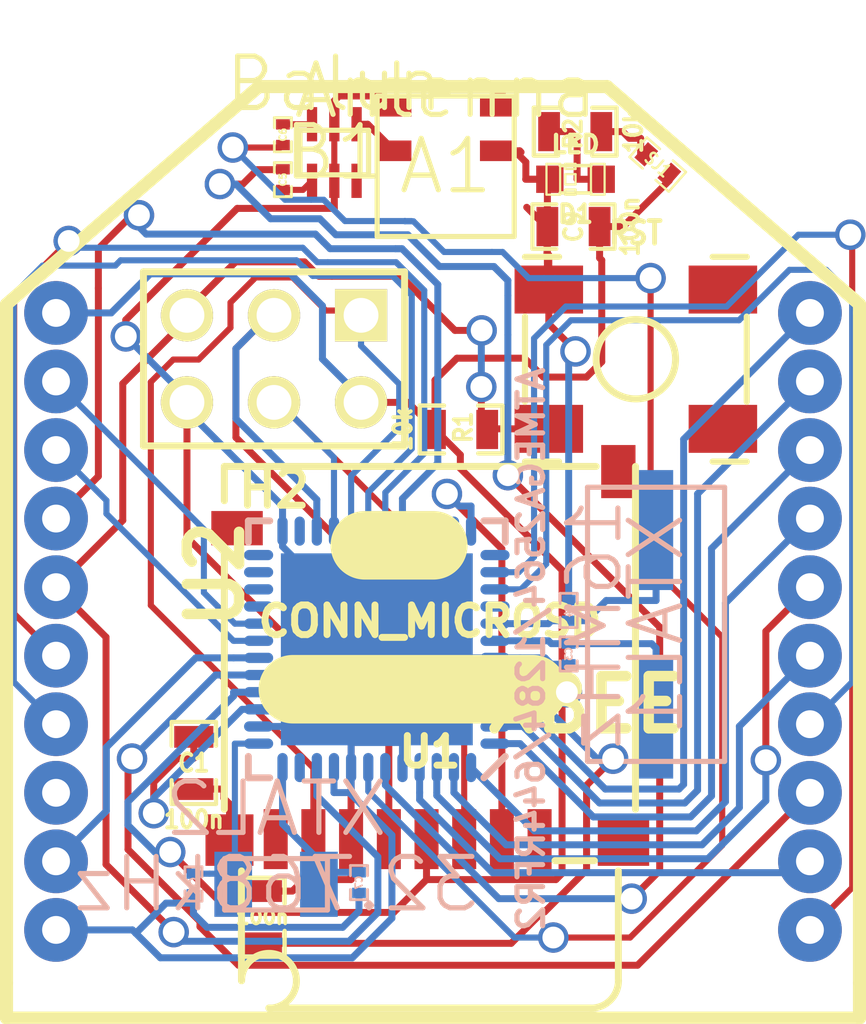
<source format=kicad_pcb>
(kicad_pcb (version 3) (host pcbnew "(2013-mar-13)-testing")

  (general
    (links 75)
    (no_connects 2)
    (area 135.750299 96.28 161.429701 126.377701)
    (thickness 1.6)
    (drawings 0)
    (tracks 456)
    (zones 0)
    (modules 22)
    (nets 52)
  )

  (page A4)
  (layers
    (15 F.Cu signal)
    (0 B.Cu signal)
    (16 B.Adhes user hide)
    (17 F.Adhes user hide)
    (18 B.Paste user hide)
    (19 F.Paste user)
    (20 B.SilkS user)
    (21 F.SilkS user)
    (22 B.Mask user)
    (23 F.Mask user)
    (24 Dwgs.User user hide)
    (25 Cmts.User user hide)
    (26 Eco1.User user hide)
    (27 Eco2.User user hide)
    (28 Edge.Cuts user hide)
  )

  (setup
    (last_trace_width 0.2032)
    (trace_clearance 0.2032)
    (zone_clearance 0.508)
    (zone_45_only yes)
    (trace_min 0.1778)
    (segment_width 0.2)
    (edge_width 0.15)
    (via_size 0.889)
    (via_drill 0.635)
    (via_min_size 0.889)
    (via_min_drill 0.508)
    (uvia_size 0.508)
    (uvia_drill 0.127)
    (uvias_allowed yes)
    (uvia_min_size 0.508)
    (uvia_min_drill 0.127)
    (pcb_text_width 0.3)
    (pcb_text_size 1.5 1.5)
    (mod_edge_width 0.15)
    (mod_text_size 1.5 1.5)
    (mod_text_width 0.15)
    (pad_size 1.99898 1.39954)
    (pad_drill 0)
    (pad_to_mask_clearance 0.2)
    (aux_axis_origin 0 0)
    (visible_elements FFFFEF1F)
    (pcbplotparams
      (layerselection 3178497)
      (usegerberextensions true)
      (excludeedgelayer true)
      (linewidth 0.150000)
      (plotframeref false)
      (viasonmask false)
      (mode 1)
      (useauxorigin false)
      (hpglpennumber 1)
      (hpglpenspeed 20)
      (hpglpendiameter 15)
      (hpglpenoverlay 2)
      (psnegative false)
      (psa4output false)
      (plotreference true)
      (plotvalue true)
      (plotothertext true)
      (plotinvisibletext false)
      (padsonsilk false)
      (subtractmaskfromsilk false)
      (outputformat 1)
      (mirror false)
      (drillshape 1)
      (scaleselection 1)
      (outputdirectory ""))
  )

  (net 0 "")
  (net 1 +3.3V)
  (net 2 GND)
  (net 3 MISO)
  (net 4 MOSI)
  (net 5 N-0000016)
  (net 6 N-0000017)
  (net 7 N-0000018)
  (net 8 N-0000019)
  (net 9 N-0000020)
  (net 10 N-0000024)
  (net 11 N-0000025)
  (net 12 N-0000026)
  (net 13 N-0000028)
  (net 14 N-0000029)
  (net 15 N-0000032)
  (net 16 N-0000033)
  (net 17 N-0000037)
  (net 18 N-0000038)
  (net 19 N-0000039)
  (net 20 N-000004)
  (net 21 N-0000040)
  (net 22 N-0000041)
  (net 23 N-0000042)
  (net 24 N-0000043)
  (net 25 N-0000044)
  (net 26 N-0000045)
  (net 27 N-0000046)
  (net 28 N-000005)
  (net 29 N-0000050)
  (net 30 N-0000051)
  (net 31 N-000006)
  (net 32 PB4)
  (net 33 PB5)
  (net 34 PB6)
  (net 35 PE2)
  (net 36 PE3)
  (net 37 PE4)
  (net 38 PE5)
  (net 39 PF0)
  (net 40 PF1)
  (net 41 PF2)
  (net 42 PF3/4)
  (net 43 PF5)
  (net 44 PF6)
  (net 45 PF7)
  (net 46 RX)
  (net 47 Reset)
  (net 48 SCK)
  (net 49 SCL)
  (net 50 SDA)
  (net 51 TX)

  (net_class Default "This is the default net class."
    (clearance 0.2032)
    (trace_width 0.2032)
    (via_dia 0.889)
    (via_drill 0.635)
    (uvia_dia 0.508)
    (uvia_drill 0.127)
    (add_net "")
    (add_net +3.3V)
    (add_net GND)
    (add_net N-0000017)
    (add_net N-0000018)
    (add_net N-0000019)
    (add_net N-0000020)
    (add_net N-0000024)
    (add_net N-0000025)
    (add_net N-0000026)
    (add_net N-0000028)
    (add_net N-0000029)
    (add_net N-0000032)
    (add_net N-0000033)
    (add_net N-0000037)
    (add_net N-0000038)
    (add_net N-0000039)
    (add_net N-000004)
    (add_net N-0000040)
    (add_net N-0000041)
    (add_net N-0000042)
    (add_net N-0000043)
    (add_net N-0000044)
    (add_net N-0000045)
    (add_net N-0000046)
    (add_net N-000005)
    (add_net N-0000051)
    (add_net N-000006)
    (add_net PB6)
    (add_net PE2)
    (add_net PF0)
    (add_net PF1)
    (add_net PF2)
    (add_net PF3/4)
    (add_net PF5)
    (add_net PF6)
    (add_net PF7)
    (add_net Reset)
    (add_net SCK)
    (add_net SCL)
    (add_net SDA)
  )

  (net_class uCPad ""
    (clearance 0.1778)
    (trace_width 0.1778)
    (via_dia 0.889)
    (via_drill 0.635)
    (uvia_dia 0.508)
    (uvia_drill 0.127)
    (add_net MISO)
    (add_net MOSI)
    (add_net N-0000016)
    (add_net N-0000050)
    (add_net PB4)
    (add_net PB5)
    (add_net PE3)
    (add_net PE4)
    (add_net PE5)
    (add_net RX)
    (add_net TX)
  )

  (module Switch_SMT_EVQ (layer F.Cu) (tedit 51C3E7B6) (tstamp 51C3A765)
    (at 154.51 106.76)
    (descr "EVQ-Q2F03W Compatible")
    (tags "Switch SMT")
    (path /51BB1BEA)
    (attr smd)
    (fp_text reference SW1 (at 0 0) (layer F.SilkS) hide
      (effects (font (size 0.7112 0.4572) (thickness 0.1016)))
    )
    (fp_text value RST (at 0 -3.683) (layer F.SilkS)
      (effects (font (size 0.6604 0.5588) (thickness 0.1397)))
    )
    (fp_line (start -2.24028 2.98704) (end -3.23596 2.98704) (layer F.SilkS) (width 0.1778))
    (fp_line (start 3.23596 2.98704) (end 2.24028 2.98704) (layer F.SilkS) (width 0.1778))
    (fp_line (start -3.23596 -2.98704) (end -2.24028 -2.98704) (layer F.SilkS) (width 0.1778))
    (fp_line (start 3.23596 -2.98704) (end 2.24028 -2.98704) (layer F.SilkS) (width 0.1778))
    (fp_line (start -3.23596 -1.2446) (end -3.23596 1.2446) (layer F.SilkS) (width 0.1778))
    (fp_line (start 3.23596 1.2446) (end 3.23596 -1.2446) (layer F.SilkS) (width 0.1778))
    (fp_circle (center 0 0) (end 1.143 0.1905) (layer F.SilkS) (width 0.2032))
    (pad "" smd rect (at 2.54 -2.032) (size 1.99898 1.39954)
      (layers F.Cu F.Paste F.Mask)
    )
    (pad "" smd rect (at 2.54 2.032) (size 1.99898 1.39954)
      (layers F.Cu F.Paste F.Mask)
    )
    (pad 1 smd rect (at -2.54 -2.032) (size 1.99898 1.39954)
      (layers F.Cu F.Paste F.Mask)
      (net 2 GND)
    )
    (pad 2 smd rect (at -2.54 2.032) (size 1.99898 1.39954)
      (layers F.Cu F.Paste F.Mask)
      (net 47 Reset)
    )
  )

  (module Memory_Card_microSD_DM3D-SF-NCPads (layer F.Cu) (tedit 51C16CE3) (tstamp 51BB2D3E)
    (at 148.5 121.39)
    (tags "Hirose DM3D-SF CONN microSD R/A Push-Pull SMD")
    (path /51BAA75F)
    (attr smd)
    (fp_text reference U1 (at 0 -3.175) (layer F.SilkS)
      (effects (font (size 0.8636 0.8636) (thickness 0.2032)))
    )
    (fp_text value CONN_MICROSD (at 0 -6.985) (layer F.SilkS)
      (effects (font (size 0.8636 0.8636) (thickness 0.2032)))
    )
    (fp_line (start -5.99948 -11.50112) (end 4.84886 -11.50112) (layer F.SilkS) (width 0.2032))
    (fp_arc (start -4.69646 3.5052) (end -5.49656 3.5052) (angle 270) (layer F.SilkS) (width 0.2032))
    (fp_line (start -5.99948 -7.00024) (end -5.99948 -8.99922) (layer F.SilkS) (width 0.2032))
    (fp_line (start 5.99948 -9.6012) (end 5.99948 -1.50114) (layer F.SilkS) (width 0.2032))
    (fp_line (start 5.4991 3.50012) (end 5.4991 0.29972) (layer F.SilkS) (width 0.2032))
    (fp_line (start -4.699 4.30022) (end 4.699 4.30022) (layer F.SilkS) (width 0.2032))
    (fp_line (start -5.4991 3.50012) (end -5.4991 0.29972) (layer F.SilkS) (width 0.2032))
    (fp_arc (start 4.70154 3.50266) (end 5.50164 3.50266) (angle 90) (layer F.SilkS) (width 0.2032))
    (fp_line (start 4.8006 0) (end 3.64998 0) (layer F.SilkS) (width 0.2032))
    (fp_line (start 5.99948 -9.99998) (end 5.99948 -9.64946) (layer F.SilkS) (width 0.2032))
    (fp_line (start 5.99948 -9.99998) (end 5.99948 -11.50112) (layer F.SilkS) (width 0.2032))
    (fp_line (start -5.99948 -10.50036) (end -5.99948 -11.50112) (layer F.SilkS) (width 0.2032))
    (fp_line (start -5.99948 -1.50114) (end -5.99948 -7.00024) (layer F.SilkS) (width 0.2032))
    (fp_line (start -1.89992 -9.19988) (end 0.09906 -9.19988) (layer F.SilkS) (width 1.99898))
    (fp_line (start 2.99974 -5.00126) (end -4.0005 -5.00126) (layer F.SilkS) (width 1.99898))
    (pad 1 smd rect (at 3.2004 -0.62738) (size 0.70104 1.75006)
      (layers F.Cu F.Paste F.Mask)
      (net 28 N-000005)
    )
    (pad 2 smd rect (at 2.10058 -0.62738) (size 0.70104 1.75006)
      (layers F.Cu F.Paste F.Mask)
      (net 35 PE2)
    )
    (pad 3 smd rect (at 1.00076 -0.62738) (size 0.70104 1.75006)
      (layers F.Cu F.Paste F.Mask)
      (net 4 MOSI)
    )
    (pad 4 smd rect (at -0.09906 -0.62738) (size 0.70104 1.75006)
      (layers F.Cu F.Paste F.Mask)
      (net 1 +3.3V)
    )
    (pad 5 smd rect (at -1.19888 -0.62738) (size 0.70104 1.75006)
      (layers F.Cu F.Paste F.Mask)
      (net 48 SCK)
    )
    (pad 6 smd rect (at -2.30124 -0.62738) (size 0.70104 1.75006)
      (layers F.Cu F.Paste F.Mask)
      (net 2 GND)
    )
    (pad 7 smd rect (at -3.40106 -0.62738) (size 0.70104 1.75006)
      (layers F.Cu F.Paste F.Mask)
      (net 3 MISO)
    )
    (pad 8 smd rect (at -4.50088 -0.62738) (size 0.70104 1.75006)
      (layers F.Cu F.Paste F.Mask)
      (net 31 N-000006)
    )
    (pad 10 smd rect (at 5.64896 -0.59944) (size 1.50114 1.50114)
      (layers F.Cu F.Paste F.Mask)
    )
    (pad 9 smd rect (at -5.84962 -0.59944) (size 1.39954 1.50114)
      (layers F.Cu F.Paste F.Mask)
      (net 2 GND)
    )
    (pad 10 smd rect (at -5.62864 -9.70026) (size 1.50114 1.00076)
      (layers F.Cu F.Paste F.Mask)
    )
    (pad 10 smd rect (at 5.4991 -11.35126) (size 1.00076 1.5494)
      (layers F.Cu F.Paste F.Mask)
    )
  )

  (module XBee_Board (layer F.Cu) (tedit 51BF01EB) (tstamp 51C06545)
    (at 148.59 105.41)
    (path /51BAD430)
    (fp_text reference U2 (at -6.35 7.62 90) (layer F.SilkS)
      (effects (font (thickness 0.3048)))
    )
    (fp_text value XBEE (at 4.445 11.43) (layer F.SilkS)
      (effects (font (thickness 0.3048)))
    )
    (fp_line (start -12.446 19.558) (end -12.446 20.574) (layer F.SilkS) (width 0.381))
    (fp_line (start 12.446 19.558) (end 12.446 20.574) (layer F.SilkS) (width 0.381))
    (fp_line (start -12.446 19.558) (end -12.446 -0.254) (layer F.SilkS) (width 0.381))
    (fp_line (start 12.446 0) (end 12.446 -0.254) (layer F.SilkS) (width 0.381))
    (fp_line (start 12.446 19.558) (end 12.446 0) (layer F.SilkS) (width 0.381))
    (fp_line (start -12.446 20.574) (end 12.446 20.574) (layer F.SilkS) (width 0.381))
    (fp_line (start 12.446 -0.254) (end 5.08 -6.604) (layer F.SilkS) (width 0.381))
    (fp_line (start -12.446 -0.254) (end -5.08 -6.604) (layer F.SilkS) (width 0.381))
    (fp_line (start -5.08 -6.604) (end 5.08 -6.604) (layer F.SilkS) (width 0.381))
    (pad 20 thru_hole circle (at 11.00074 0) (size 1.85928 1.85928) (drill 0.8128)
      (layers *.Cu)
      (net 39 PF0)
    )
    (pad 16 thru_hole circle (at 11.00074 8.001) (size 1.85928 1.85928) (drill 0.8128)
      (layers *.Cu)
      (net 44 PF6)
    )
    (pad 14 thru_hole circle (at 11.00074 11.99896) (size 1.85928 1.85928) (drill 0.8128)
      (layers *.Cu)
      (net 38 PE5)
    )
    (pad 15 thru_hole circle (at 11.00074 9.99998) (size 1.85928 1.85928) (drill 0.8128)
      (layers *.Cu)
      (net 43 PF5)
    )
    (pad 18 thru_hole circle (at 11.00074 4.0005) (size 1.85928 1.85928) (drill 0.8128)
      (layers *.Cu)
      (net 41 PF2)
    )
    (pad 17 thru_hole circle (at 11.00074 5.99948) (size 1.85928 1.85928) (drill 0.8128)
      (layers *.Cu)
      (net 42 PF3/4)
    )
    (pad 19 thru_hole circle (at 11.00074 1.99898) (size 1.85928 1.85928) (drill 0.8128)
      (layers *.Cu)
      (net 40 PF1)
    )
    (pad 12 thru_hole circle (at 11.00074 15.99946) (size 1.85928 1.85928) (drill 0.8128)
      (layers *.Cu)
      (net 45 PF7)
    )
    (pad 11 thru_hole circle (at 11.00074 18.00098) (size 1.85928 1.85928) (drill 0.8128)
      (layers *.Cu)
      (net 37 PE4)
    )
    (pad 13 thru_hole circle (at 11.00074 14.00048) (size 1.85928 1.85928) (drill 0.8128)
      (layers *.Cu)
      (net 49 SCL)
    )
    (pad 8 thru_hole circle (at -11.00074 14.00048) (size 1.85928 1.85928) (drill 0.8128)
      (layers *.Cu)
      (net 10 N-0000024)
    )
    (pad 10 thru_hole circle (at -11.00074 18.00098) (size 1.85928 1.85928) (drill 0.8128)
      (layers *.Cu)
      (net 2 GND)
    )
    (pad 9 thru_hole circle (at -11.00074 15.99946) (size 1.85928 1.85928) (drill 0.8128)
      (layers *.Cu)
      (net 50 SDA)
    )
    (pad 2 thru_hole circle (at -11.00074 1.99898) (size 1.85928 1.85928) (drill 0.8128)
      (layers *.Cu)
      (net 51 TX)
    )
    (pad 4 thru_hole circle (at -11.00074 5.99948) (size 1.85928 1.85928) (drill 0.8128)
      (layers *.Cu)
      (net 34 PB6)
    )
    (pad 3 thru_hole circle (at -11.00074 4.0005) (size 1.85928 1.85928) (drill 0.8128)
      (layers *.Cu)
      (net 46 RX)
    )
    (pad 6 thru_hole circle (at -11.00074 9.99998) (size 1.85928 1.85928) (drill 0.8128)
      (layers *.Cu)
      (net 33 PB5)
    )
    (pad 7 thru_hole circle (at -11.00074 11.99896) (size 1.85928 1.85928) (drill 0.8128)
      (layers *.Cu)
      (net 32 PB4)
    )
    (pad 5 thru_hole circle (at -11.00074 8.001) (size 1.85928 1.85928) (drill 0.8128)
      (layers *.Cu)
      (net 47 Reset)
    )
    (pad 1 thru_hole circle (at -11.00074 0) (size 1.85928 1.85928) (drill 0.8128)
      (layers *.Cu)
      (net 1 +3.3V)
    )
    (model Radio/Xbee_patch.wrl
      (at (xyz 0 0 0))
      (scale (xyz 1 1 1))
      (rotate (xyz 270 0 0))
    )
  )

  (module 0603_Opendous (layer F.Cu) (tedit 4D41427C) (tstamp 51BB2BFF)
    (at 143.61 123.04 270)
    (path /51BB0317)
    (attr smd)
    (fp_text reference C2 (at 0.32512 0 360) (layer F.SilkS) hide
      (effects (font (size 0.127 0.127) (thickness 0.00254)))
    )
    (fp_text value 100n (at 0 0 360) (layer F.SilkS)
      (effects (font (size 0.4064 0.4064) (thickness 0.1016)))
    )
    (fp_line (start -0.39878 -0.65024) (end -1.15062 -0.65024) (layer F.SilkS) (width 0.127))
    (fp_line (start -1.15062 -0.65024) (end -1.15062 0.65024) (layer F.SilkS) (width 0.127))
    (fp_line (start -1.15062 0.65024) (end -0.39878 0.65024) (layer F.SilkS) (width 0.127))
    (fp_line (start 1.15062 -0.65024) (end 1.15062 0.65024) (layer F.SilkS) (width 0.127))
    (fp_line (start 1.15062 -0.65024) (end 0.39878 -0.65024) (layer F.SilkS) (width 0.127))
    (fp_line (start 1.15062 0.65024) (end 0.39878 0.65024) (layer F.SilkS) (width 0.127))
    (pad 1 smd rect (at -0.762 0 270) (size 0.635 1.143)
      (layers F.Cu F.Paste F.Mask)
      (net 2 GND)
    )
    (pad 2 smd rect (at 0.762 0 270) (size 0.635 1.143)
      (layers F.Cu F.Paste F.Mask)
      (net 24 N-0000043)
    )
    (model smd/chip_cms.wrl
      (at (xyz 0 0 0))
      (scale (xyz 0.08 0.08 0.08))
      (rotate (xyz 0 0 0))
    )
  )

  (module SM0603_Resistor (layer F.Cu) (tedit 5051B21B) (tstamp 51C2E21D)
    (at 149.41 108.81)
    (path /51BB1C5E)
    (attr smd)
    (fp_text reference R1 (at 0.0635 -0.0635 90) (layer F.SilkS)
      (effects (font (size 0.50038 0.4572) (thickness 0.1143)))
    )
    (fp_text value 10k (at -1.69926 0 90) (layer F.SilkS)
      (effects (font (size 0.508 0.4572) (thickness 0.1143)))
    )
    (fp_line (start -0.50038 -0.6985) (end -1.2065 -0.6985) (layer F.SilkS) (width 0.127))
    (fp_line (start -1.2065 -0.6985) (end -1.2065 0.6985) (layer F.SilkS) (width 0.127))
    (fp_line (start -1.2065 0.6985) (end -0.50038 0.6985) (layer F.SilkS) (width 0.127))
    (fp_line (start 1.2065 -0.6985) (end 0.50038 -0.6985) (layer F.SilkS) (width 0.127))
    (fp_line (start 1.2065 -0.6985) (end 1.2065 0.6985) (layer F.SilkS) (width 0.127))
    (fp_line (start 1.2065 0.6985) (end 0.50038 0.6985) (layer F.SilkS) (width 0.127))
    (pad 1 smd rect (at -0.762 0) (size 0.635 1.143)
      (layers F.Cu F.Paste F.Mask)
      (net 1 +3.3V)
    )
    (pad 2 smd rect (at 0.762 0) (size 0.635 1.143)
      (layers F.Cu F.Paste F.Mask)
      (net 47 Reset)
    )
    (model smd\resistors\R0603.wrl
      (at (xyz 0 0 0.001))
      (scale (xyz 0.5 0.5 0.5))
      (rotate (xyz 0 0 0))
    )
  )

  (module CSM-3X (layer B.Cu) (tedit 51BEAA3B) (tstamp 51BF8445)
    (at 155.1 114.495 270)
    (path /51BB0547)
    (fp_text reference XTAL1 (at 0 0 270) (layer B.SilkS)
      (effects (font (size 1.5 1.5) (thickness 0.15)) (justify mirror))
    )
    (fp_text value 16MHz (at 0 1.8 270) (layer B.SilkS)
      (effects (font (size 1.5 1.5) (thickness 0.15)) (justify mirror))
    )
    (fp_line (start -4 2) (end 4 2) (layer B.SilkS) (width 0.15))
    (fp_line (start 4 2) (end 4 -2) (layer B.SilkS) (width 0.15))
    (fp_line (start 4 -2) (end -4 -2) (layer B.SilkS) (width 0.15))
    (fp_line (start -4 -2) (end -4 2) (layer B.SilkS) (width 0.15))
    (pad 1 smd rect (at -2.75 0 270) (size 3.5 1)
      (layers B.Cu B.Paste B.Mask)
      (net 26 N-0000045)
    )
    (pad 2 smd rect (at 2.75 0 270) (size 3.5 1)
      (layers B.Cu B.Paste B.Mask)
      (net 25 N-0000044)
    )
  )

  (module 2450AT18D0100 (layer F.Cu) (tedit 51BF0027) (tstamp 51C1B5FC)
    (at 148.96 101.13)
    (path /51BF012F)
    (fp_text reference A1 (at 0 0) (layer F.SilkS)
      (effects (font (size 1.5 1.5) (thickness 0.15)))
    )
    (fp_text value Antenna (at 0 -2.2) (layer F.SilkS)
      (effects (font (size 1.5 1.5) (thickness 0.15)))
    )
    (fp_line (start -2 0) (end -2 -2.05) (layer F.SilkS) (width 0.15))
    (fp_line (start -2 -2.05) (end 2 -2.05) (layer F.SilkS) (width 0.15))
    (fp_line (start 2 -2.05) (end 2 2.05) (layer F.SilkS) (width 0.15))
    (fp_line (start 2 2.05) (end -2 2.05) (layer F.SilkS) (width 0.15))
    (fp_line (start -2 2.05) (end -2 0) (layer F.SilkS) (width 0.15))
    (pad 1 smd rect (at -1.5 -0.45) (size 1 0.6)
      (layers F.Cu F.Paste F.Mask)
      (net 9 N-0000020)
    )
    (pad 2 smd rect (at 1.5 -0.45) (size 1 0.6)
      (layers F.Cu F.Paste F.Mask)
      (net 2 GND)
    )
    (pad 2 smd rect (at 1.5 -1.75) (size 1 0.6)
      (layers F.Cu F.Paste F.Mask)
      (net 2 GND)
    )
    (pad 2 smd rect (at -1.5 -1.75) (size 1 0.6)
      (layers F.Cu F.Paste F.Mask)
      (net 2 GND)
    )
  )

  (module "Wuerth 748421245" (layer F.Cu) (tedit 51BEB766) (tstamp 51C1B60A)
    (at 145.71 100.73)
    (path /51BB20BE)
    (fp_text reference B1 (at 0 0) (layer F.SilkS)
      (effects (font (size 1.5 1.5) (thickness 0.15)))
    )
    (fp_text value Balun (at 0 -2) (layer F.SilkS)
      (effects (font (size 1.5 1.5) (thickness 0.15)))
    )
    (fp_line (start -1 -0.65) (end 1 -0.65) (layer F.SilkS) (width 0.15))
    (fp_line (start 1 -0.65) (end 1 0.65) (layer F.SilkS) (width 0.15))
    (fp_line (start 1 0.65) (end -1 0.65) (layer F.SilkS) (width 0.15))
    (fp_line (start -1 0.65) (end -1 -0.65) (layer F.SilkS) (width 0.15))
    (pad 1 smd rect (at 0.65 -0.825) (size 0.3 1)
      (layers F.Cu F.Paste F.Mask)
      (net 9 N-0000020)
    )
    (pad 2 smd rect (at 0 -0.825) (size 0.3 1)
      (layers F.Cu F.Paste F.Mask)
      (net 2 GND)
    )
    (pad 3 smd rect (at -0.65 -0.825) (size 0.3 1)
      (layers F.Cu F.Paste F.Mask)
      (net 8 N-0000019)
    )
    (pad 4 smd rect (at -0.65 0.825) (size 0.3 1)
      (layers F.Cu F.Paste F.Mask)
      (net 7 N-0000018)
    )
    (pad 5 smd rect (at 0 0.825) (size 0.3 1)
      (layers F.Cu F.Paste F.Mask)
      (net 2 GND)
    )
    (pad 6 smd rect (at 0.65 0.825) (size 0.3 1)
      (layers F.Cu F.Paste F.Mask)
      (net 20 N-000004)
    )
  )

  (module SM0603_Capa (layer F.Cu) (tedit 5051B1EC) (tstamp 51C262A1)
    (at 141.61 118.54 90)
    (path /51BB02F2)
    (attr smd)
    (fp_text reference C1 (at 0 0 180) (layer F.SilkS)
      (effects (font (size 0.508 0.4572) (thickness 0.1143)))
    )
    (fp_text value 100n (at -1.651 0 180) (layer F.SilkS)
      (effects (font (size 0.508 0.4572) (thickness 0.1143)))
    )
    (fp_line (start 0.50038 0.65024) (end 1.19888 0.65024) (layer F.SilkS) (width 0.11938))
    (fp_line (start -0.50038 0.65024) (end -1.19888 0.65024) (layer F.SilkS) (width 0.11938))
    (fp_line (start 0.50038 -0.65024) (end 1.19888 -0.65024) (layer F.SilkS) (width 0.11938))
    (fp_line (start -1.19888 -0.65024) (end -0.50038 -0.65024) (layer F.SilkS) (width 0.11938))
    (fp_line (start 1.19888 -0.635) (end 1.19888 0.635) (layer F.SilkS) (width 0.11938))
    (fp_line (start -1.19888 0.635) (end -1.19888 -0.635) (layer F.SilkS) (width 0.11938))
    (pad 1 smd rect (at -0.762 0 90) (size 0.635 1.143)
      (layers F.Cu F.Paste F.Mask)
      (net 2 GND)
    )
    (pad 2 smd rect (at 0.762 0 90) (size 0.635 1.143)
      (layers F.Cu F.Paste F.Mask)
      (net 27 N-0000046)
    )
    (model smd\capacitors\C0603.wrl
      (at (xyz 0 0 0.001))
      (scale (xyz 0.5 0.5 0.5))
      (rotate (xyz 0 0 0))
    )
  )

  (module SM0201_r (layer B.Cu) (tedit 5141B606) (tstamp 51C1B623)
    (at 146.43 122.03 270)
    (path /51BE8D06)
    (attr smd)
    (fp_text reference C7 (at 0 0 270) (layer B.SilkS)
      (effects (font (size 0.2 0.2) (thickness 0.05)) (justify mirror))
    )
    (fp_text value 22p (at 0 0 270) (layer B.SilkS) hide
      (effects (font (size 0.2 0.2) (thickness 0.05)) (justify mirror))
    )
    (fp_line (start 0.2 0.25) (end 0.45 0.25) (layer B.SilkS) (width 0.08))
    (fp_line (start 0.45 0.25) (end 0.5 0.25) (layer B.SilkS) (width 0.08))
    (fp_line (start 0.5 0.25) (end 0.5 -0.25) (layer B.SilkS) (width 0.08))
    (fp_line (start 0.5 -0.25) (end 0.2 -0.25) (layer B.SilkS) (width 0.08))
    (fp_line (start -0.2 0.25) (end -0.5 0.25) (layer B.SilkS) (width 0.08))
    (fp_line (start -0.5 0.25) (end -0.5 -0.25) (layer B.SilkS) (width 0.08))
    (fp_line (start -0.5 -0.25) (end -0.2 -0.25) (layer B.SilkS) (width 0.08))
    (pad 1 smd rect (at -0.3 0 270) (size 0.3 0.4)
      (layers B.Cu B.Paste B.Mask)
      (net 6 N-0000017)
    )
    (pad 2 smd rect (at 0.3 0 270) (size 0.3 0.4)
      (layers B.Cu B.Paste B.Mask)
      (net 2 GND)
    )
    (model smd/resistors/R0201.wrl
      (at (xyz 0 0 0))
      (scale (xyz 0.18 0.18 0.18))
      (rotate (xyz 0 0 0))
    )
  )

  (module SM0201_r (layer B.Cu) (tedit 5141B606) (tstamp 51C1B630)
    (at 141.6 122.07 270)
    (path /51BE8D1F)
    (attr smd)
    (fp_text reference C8 (at 0 0 270) (layer B.SilkS)
      (effects (font (size 0.2 0.2) (thickness 0.05)) (justify mirror))
    )
    (fp_text value 22p (at 0 0 270) (layer B.SilkS) hide
      (effects (font (size 0.2 0.2) (thickness 0.05)) (justify mirror))
    )
    (fp_line (start 0.2 0.25) (end 0.45 0.25) (layer B.SilkS) (width 0.08))
    (fp_line (start 0.45 0.25) (end 0.5 0.25) (layer B.SilkS) (width 0.08))
    (fp_line (start 0.5 0.25) (end 0.5 -0.25) (layer B.SilkS) (width 0.08))
    (fp_line (start 0.5 -0.25) (end 0.2 -0.25) (layer B.SilkS) (width 0.08))
    (fp_line (start -0.2 0.25) (end -0.5 0.25) (layer B.SilkS) (width 0.08))
    (fp_line (start -0.5 0.25) (end -0.5 -0.25) (layer B.SilkS) (width 0.08))
    (fp_line (start -0.5 -0.25) (end -0.2 -0.25) (layer B.SilkS) (width 0.08))
    (pad 1 smd rect (at -0.3 0 270) (size 0.3 0.4)
      (layers B.Cu B.Paste B.Mask)
      (net 5 N-0000016)
    )
    (pad 2 smd rect (at 0.3 0 270) (size 0.3 0.4)
      (layers B.Cu B.Paste B.Mask)
      (net 2 GND)
    )
    (model smd/resistors/R0201.wrl
      (at (xyz 0 0 0))
      (scale (xyz 0.18 0.18 0.18))
      (rotate (xyz 0 0 0))
    )
  )

  (module pin_array_3x2 (layer F.Cu) (tedit 42931587) (tstamp 51C3EE38)
    (at 143.95 106.75 180)
    (descr "Double rangee de contacts 2 x 4 pins")
    (tags CONN)
    (path /51BE9A19)
    (fp_text reference H2 (at 0 -3.81 180) (layer F.SilkS)
      (effects (font (size 1.016 1.016) (thickness 0.2032)))
    )
    (fp_text value ICSP (at 0 3.81 180) (layer F.SilkS) hide
      (effects (font (size 1.016 1.016) (thickness 0.2032)))
    )
    (fp_line (start 3.81 2.54) (end -3.81 2.54) (layer F.SilkS) (width 0.2032))
    (fp_line (start -3.81 -2.54) (end 3.81 -2.54) (layer F.SilkS) (width 0.2032))
    (fp_line (start 3.81 -2.54) (end 3.81 2.54) (layer F.SilkS) (width 0.2032))
    (fp_line (start -3.81 2.54) (end -3.81 -2.54) (layer F.SilkS) (width 0.2032))
    (pad 1 thru_hole rect (at -2.54 1.27 180) (size 1.524 1.524) (drill 1.016)
      (layers *.Cu *.Mask F.SilkS)
      (net 3 MISO)
    )
    (pad 2 thru_hole circle (at -2.54 -1.27 180) (size 1.524 1.524) (drill 1.016)
      (layers *.Cu *.Mask F.SilkS)
      (net 1 +3.3V)
    )
    (pad 3 thru_hole circle (at 0 1.27 180) (size 1.524 1.524) (drill 1.016)
      (layers *.Cu *.Mask F.SilkS)
      (net 48 SCK)
    )
    (pad 4 thru_hole circle (at 0 -1.27 180) (size 1.524 1.524) (drill 1.016)
      (layers *.Cu *.Mask F.SilkS)
      (net 4 MOSI)
    )
    (pad 5 thru_hole circle (at 2.54 1.27 180) (size 1.524 1.524) (drill 1.016)
      (layers *.Cu *.Mask F.SilkS)
      (net 47 Reset)
    )
    (pad 6 thru_hole circle (at 2.54 -1.27 180) (size 1.524 1.524) (drill 1.016)
      (layers *.Cu *.Mask F.SilkS)
      (net 2 GND)
    )
    (model pin_array/pins_array_3x2.wrl
      (at (xyz 0 0 0))
      (scale (xyz 1 1 1))
      (rotate (xyz 0 0 0))
    )
  )

  (module SM0603_Resistor (layer F.Cu) (tedit 5051B21B) (tstamp 51C2DF99)
    (at 152.74 100.12 180)
    (path /51BB1522)
    (attr smd)
    (fp_text reference R2 (at 0.0635 -0.0635 270) (layer F.SilkS)
      (effects (font (size 0.50038 0.4572) (thickness 0.1143)))
    )
    (fp_text value 10k (at -1.69926 0 270) (layer F.SilkS)
      (effects (font (size 0.508 0.4572) (thickness 0.1143)))
    )
    (fp_line (start -0.50038 -0.6985) (end -1.2065 -0.6985) (layer F.SilkS) (width 0.127))
    (fp_line (start -1.2065 -0.6985) (end -1.2065 0.6985) (layer F.SilkS) (width 0.127))
    (fp_line (start -1.2065 0.6985) (end -0.50038 0.6985) (layer F.SilkS) (width 0.127))
    (fp_line (start 1.2065 -0.6985) (end 0.50038 -0.6985) (layer F.SilkS) (width 0.127))
    (fp_line (start 1.2065 -0.6985) (end 1.2065 0.6985) (layer F.SilkS) (width 0.127))
    (fp_line (start 1.2065 0.6985) (end 0.50038 0.6985) (layer F.SilkS) (width 0.127))
    (pad 1 smd rect (at -0.762 0 180) (size 0.635 1.143)
      (layers F.Cu F.Paste F.Mask)
      (net 11 N-0000025)
    )
    (pad 2 smd rect (at 0.762 0 180) (size 0.635 1.143)
      (layers F.Cu F.Paste F.Mask)
      (net 12 N-0000026)
    )
    (model smd\resistors\R0603.wrl
      (at (xyz 0 0 0.001))
      (scale (xyz 0.5 0.5 0.5))
      (rotate (xyz 0 0 0))
    )
  )

  (module SM0402 (layer F.Cu) (tedit 50A4E0BA) (tstamp 51C4082E)
    (at 155.15 101.08 138.5)
    (path /51C12882)
    (attr smd)
    (fp_text reference SJ1 (at 0 0 138.5) (layer F.SilkS)
      (effects (font (size 0.35052 0.3048) (thickness 0.07112)))
    )
    (fp_text value SMTJPR (at 0.09906 0 138.5) (layer F.SilkS) hide
      (effects (font (size 0.35052 0.3048) (thickness 0.07112)))
    )
    (fp_line (start -0.254 -0.381) (end -0.762 -0.381) (layer F.SilkS) (width 0.07112))
    (fp_line (start -0.762 -0.381) (end -0.762 0.381) (layer F.SilkS) (width 0.07112))
    (fp_line (start -0.762 0.381) (end -0.254 0.381) (layer F.SilkS) (width 0.07112))
    (fp_line (start 0.254 -0.381) (end 0.762 -0.381) (layer F.SilkS) (width 0.07112))
    (fp_line (start 0.762 -0.381) (end 0.762 0.381) (layer F.SilkS) (width 0.07112))
    (fp_line (start 0.762 0.381) (end 0.254 0.381) (layer F.SilkS) (width 0.07112))
    (pad 1 smd rect (at -0.44958 0 138.5) (size 0.39878 0.59944)
      (layers F.Cu F.Paste F.Mask)
      (net 1 +3.3V)
    )
    (pad 2 smd rect (at 0.44958 0 138.5) (size 0.39878 0.59944)
      (layers F.Cu F.Paste F.Mask)
      (net 11 N-0000025)
    )
    (model smd\chip_cms.wrl
      (at (xyz 0 0 0.002))
      (scale (xyz 0.05 0.05 0.05))
      (rotate (xyz 0 0 0))
    )
  )

  (module SM0201_r (layer B.Cu) (tedit 5141B606) (tstamp 51BB2C13)
    (at 152.55 114.09 90)
    (path /51BB05DD)
    (attr smd)
    (fp_text reference C4 (at 0 0 90) (layer B.SilkS)
      (effects (font (size 0.2 0.2) (thickness 0.05)) (justify mirror))
    )
    (fp_text value 39p (at 0 0 90) (layer B.SilkS) hide
      (effects (font (size 0.2 0.2) (thickness 0.05)) (justify mirror))
    )
    (fp_line (start 0.2 0.25) (end 0.45 0.25) (layer B.SilkS) (width 0.08))
    (fp_line (start 0.45 0.25) (end 0.5 0.25) (layer B.SilkS) (width 0.08))
    (fp_line (start 0.5 0.25) (end 0.5 -0.25) (layer B.SilkS) (width 0.08))
    (fp_line (start 0.5 -0.25) (end 0.2 -0.25) (layer B.SilkS) (width 0.08))
    (fp_line (start -0.2 0.25) (end -0.5 0.25) (layer B.SilkS) (width 0.08))
    (fp_line (start -0.5 0.25) (end -0.5 -0.25) (layer B.SilkS) (width 0.08))
    (fp_line (start -0.5 -0.25) (end -0.2 -0.25) (layer B.SilkS) (width 0.08))
    (pad 1 smd rect (at -0.3 0 90) (size 0.3 0.4)
      (layers B.Cu B.Paste B.Mask)
      (net 26 N-0000045)
    )
    (pad 2 smd rect (at 0.3 0 90) (size 0.3 0.4)
      (layers B.Cu B.Paste B.Mask)
      (net 2 GND)
    )
    (model smd/resistors/R0201.wrl
      (at (xyz 0 0 0))
      (scale (xyz 0.18 0.18 0.18))
      (rotate (xyz 0 0 0))
    )
  )

  (module SM0201_r (layer B.Cu) (tedit 5141B606) (tstamp 51BB2C09)
    (at 152.55 115.36 270)
    (path /51BB05D0)
    (attr smd)
    (fp_text reference C3 (at 0 0 270) (layer B.SilkS)
      (effects (font (size 0.2 0.2) (thickness 0.05)) (justify mirror))
    )
    (fp_text value 39p (at 0 0 270) (layer B.SilkS) hide
      (effects (font (size 0.2 0.2) (thickness 0.05)) (justify mirror))
    )
    (fp_line (start 0.2 0.25) (end 0.45 0.25) (layer B.SilkS) (width 0.08))
    (fp_line (start 0.45 0.25) (end 0.5 0.25) (layer B.SilkS) (width 0.08))
    (fp_line (start 0.5 0.25) (end 0.5 -0.25) (layer B.SilkS) (width 0.08))
    (fp_line (start 0.5 -0.25) (end 0.2 -0.25) (layer B.SilkS) (width 0.08))
    (fp_line (start -0.2 0.25) (end -0.5 0.25) (layer B.SilkS) (width 0.08))
    (fp_line (start -0.5 0.25) (end -0.5 -0.25) (layer B.SilkS) (width 0.08))
    (fp_line (start -0.5 -0.25) (end -0.2 -0.25) (layer B.SilkS) (width 0.08))
    (pad 1 smd rect (at -0.3 0 270) (size 0.3 0.4)
      (layers B.Cu B.Paste B.Mask)
      (net 25 N-0000044)
    )
    (pad 2 smd rect (at 0.3 0 270) (size 0.3 0.4)
      (layers B.Cu B.Paste B.Mask)
      (net 2 GND)
    )
    (model smd/resistors/R0201.wrl
      (at (xyz 0 0 0))
      (scale (xyz 0.18 0.18 0.18))
      (rotate (xyz 0 0 0))
    )
  )

  (module SM0201_r (layer F.Cu) (tedit 5141B606) (tstamp 51BB2C23)
    (at 144.21 100.21 270)
    (path /51BB0A79)
    (attr smd)
    (fp_text reference C6 (at 0 0 270) (layer F.SilkS)
      (effects (font (size 0.2 0.2) (thickness 0.05)))
    )
    (fp_text value 22p (at 0 0 270) (layer F.SilkS) hide
      (effects (font (size 0.2 0.2) (thickness 0.05)))
    )
    (fp_line (start 0.2 -0.25) (end 0.45 -0.25) (layer F.SilkS) (width 0.08))
    (fp_line (start 0.45 -0.25) (end 0.5 -0.25) (layer F.SilkS) (width 0.08))
    (fp_line (start 0.5 -0.25) (end 0.5 0.25) (layer F.SilkS) (width 0.08))
    (fp_line (start 0.5 0.25) (end 0.2 0.25) (layer F.SilkS) (width 0.08))
    (fp_line (start -0.2 -0.25) (end -0.5 -0.25) (layer F.SilkS) (width 0.08))
    (fp_line (start -0.5 -0.25) (end -0.5 0.25) (layer F.SilkS) (width 0.08))
    (fp_line (start -0.5 0.25) (end -0.2 0.25) (layer F.SilkS) (width 0.08))
    (pad 1 smd rect (at -0.3 0 270) (size 0.3 0.4)
      (layers F.Cu F.Paste F.Mask)
      (net 8 N-0000019)
    )
    (pad 2 smd rect (at 0.3 0 270) (size 0.3 0.4)
      (layers F.Cu F.Paste F.Mask)
      (net 29 N-0000050)
    )
    (model smd/resistors/R0201.wrl
      (at (xyz 0 0 0))
      (scale (xyz 0.18 0.18 0.18))
      (rotate (xyz 0 0 0))
    )
  )

  (module SM0201_r (layer F.Cu) (tedit 5141B606) (tstamp 51BB2C1B)
    (at 144.21 101.52 90)
    (path /51BB0A6C)
    (attr smd)
    (fp_text reference C5 (at 0 0 90) (layer F.SilkS)
      (effects (font (size 0.2 0.2) (thickness 0.05)))
    )
    (fp_text value 22p (at 0 0 90) (layer F.SilkS) hide
      (effects (font (size 0.2 0.2) (thickness 0.05)))
    )
    (fp_line (start 0.2 -0.25) (end 0.45 -0.25) (layer F.SilkS) (width 0.08))
    (fp_line (start 0.45 -0.25) (end 0.5 -0.25) (layer F.SilkS) (width 0.08))
    (fp_line (start 0.5 -0.25) (end 0.5 0.25) (layer F.SilkS) (width 0.08))
    (fp_line (start 0.5 0.25) (end 0.2 0.25) (layer F.SilkS) (width 0.08))
    (fp_line (start -0.2 -0.25) (end -0.5 -0.25) (layer F.SilkS) (width 0.08))
    (fp_line (start -0.5 -0.25) (end -0.5 0.25) (layer F.SilkS) (width 0.08))
    (fp_line (start -0.5 0.25) (end -0.2 0.25) (layer F.SilkS) (width 0.08))
    (pad 1 smd rect (at -0.3 0 90) (size 0.3 0.4)
      (layers F.Cu F.Paste F.Mask)
      (net 7 N-0000018)
    )
    (pad 2 smd rect (at 0.3 0 90) (size 0.3 0.4)
      (layers F.Cu F.Paste F.Mask)
      (net 30 N-0000051)
    )
    (model smd/resistors/R0201.wrl
      (at (xyz 0 0 0))
      (scale (xyz 0.18 0.18 0.18))
      (rotate (xyz 0 0 0))
    )
  )

  (module QFN50P700X700-49N-MeshThingWPad (layer B.Cu) (tedit 51C150E8) (tstamp 51C2E1AE)
    (at 146.95 115.225 90)
    (path /51BB00C4)
    (attr smd)
    (fp_text reference IC1 (at 0 -4.7498 90) (layer B.SilkS) hide
      (effects (font (size 0.7493 0.7493) (thickness 0.14986)) (justify mirror))
    )
    (fp_text value ATMEGA2564/1284/644RFR2 (at 0 4.50088 90) (layer B.SilkS)
      (effects (font (size 0.7493 0.7493) (thickness 0.14986)) (justify mirror))
    )
    (fp_line (start -3.1242 -3.74904) (end -3.74904 -3.74904) (layer B.SilkS) (width 0.20066))
    (fp_line (start -3.74904 -3.74904) (end -3.74904 -3.1242) (layer B.SilkS) (width 0.20066))
    (fp_line (start 3.74904 -3.1242) (end 3.74904 -3.74904) (layer B.SilkS) (width 0.20066))
    (fp_line (start 3.74904 -3.74904) (end 3.1242 -3.74904) (layer B.SilkS) (width 0.20066))
    (fp_line (start 3.1242 3.74904) (end 3.74904 3.74904) (layer B.SilkS) (width 0.20066))
    (fp_line (start 3.74904 3.74904) (end 3.74904 3.1242) (layer B.SilkS) (width 0.20066))
    (fp_line (start -3.74904 3.1242) (end -3.1242 3.74904) (layer B.SilkS) (width 0.20066))
    (pad 1 smd oval (at -3.44932 2.75082 90) (size 0.8509 0.29972)
      (layers B.Cu B.Paste B.Mask)
      (net 42 PF3/4)
    )
    (pad 2 smd oval (at -3.44932 2.25044 90) (size 0.8509 0.29972)
      (layers B.Cu B.Paste B.Mask)
      (net 43 PF5)
    )
    (pad 3 smd oval (at -3.44932 1.75006 90) (size 0.8509 0.29972)
      (layers B.Cu B.Paste B.Mask)
      (net 44 PF6)
    )
    (pad 4 smd oval (at -3.44932 1.24968 90) (size 0.8509 0.29972)
      (layers B.Cu B.Paste B.Mask)
      (net 45 PF7)
    )
    (pad 5 smd oval (at -3.44932 0.7493 90) (size 0.8509 0.29972)
      (layers B.Cu B.Paste B.Mask)
      (net 2 GND)
    )
    (pad 6 smd oval (at -3.44932 0.24892 90) (size 0.8509 0.29972)
      (layers B.Cu B.Paste B.Mask)
      (net 30 N-0000051)
    )
    (pad 7 smd oval (at -3.44932 -0.24892 90) (size 0.8509 0.29972)
      (layers B.Cu B.Paste B.Mask)
      (net 29 N-0000050)
    )
    (pad 8 smd oval (at -3.44932 -0.7493 90) (size 0.8509 0.29972)
      (layers B.Cu B.Paste B.Mask)
      (net 2 GND)
    )
    (pad 9 smd oval (at -3.44932 -1.24968 90) (size 0.8509 0.29972)
      (layers B.Cu B.Paste B.Mask)
      (net 2 GND)
    )
    (pad 10 smd oval (at -3.44932 -1.75006 90) (size 0.8509 0.29972)
      (layers B.Cu B.Paste B.Mask)
      (net 47 Reset)
    )
    (pad 11 smd oval (at -3.44932 -2.25044 90) (size 0.8509 0.29972)
      (layers B.Cu B.Paste B.Mask)
      (net 15 N-0000032)
    )
    (pad 12 smd oval (at -3.44932 -2.75082 90) (size 0.8509 0.29972)
      (layers B.Cu B.Paste B.Mask)
      (net 6 N-0000017)
    )
    (pad 25 smd oval (at 3.44932 -2.75082 90) (size 0.8509 0.29972)
      (layers B.Cu B.Paste B.Mask)
      (net 2 GND)
    )
    (pad 26 smd oval (at 3.44932 -2.25044 90) (size 0.8509 0.29972)
      (layers B.Cu B.Paste B.Mask)
      (net 14 N-0000029)
    )
    (pad 27 smd oval (at 3.44932 -1.75006 90) (size 0.8509 0.29972)
      (layers B.Cu B.Paste B.Mask)
      (net 48 SCK)
    )
    (pad 28 smd oval (at 3.44932 -1.24968 90) (size 0.8509 0.29972)
      (layers B.Cu B.Paste B.Mask)
      (net 4 MOSI)
    )
    (pad 29 smd oval (at 3.44932 -0.7493 90) (size 0.8509 0.29972)
      (layers B.Cu B.Paste B.Mask)
      (net 3 MISO)
    )
    (pad 30 smd oval (at 3.44932 -0.24892 90) (size 0.8509 0.29972)
      (layers B.Cu B.Paste B.Mask)
      (net 32 PB4)
    )
    (pad 31 smd oval (at 3.44932 0.24892 90) (size 0.8509 0.29972)
      (layers B.Cu B.Paste B.Mask)
      (net 33 PB5)
    )
    (pad 32 smd oval (at 3.44932 0.7493 90) (size 0.8509 0.29972)
      (layers B.Cu B.Paste B.Mask)
      (net 34 PB6)
    )
    (pad 33 smd oval (at 3.44932 1.24968 90) (size 0.8509 0.29972)
      (layers B.Cu B.Paste B.Mask)
      (net 13 N-0000028)
    )
    (pad 34 smd oval (at 3.44932 1.75006 90) (size 0.8509 0.29972)
      (layers B.Cu B.Paste B.Mask)
      (net 22 N-0000041)
    )
    (pad 35 smd oval (at 3.44932 2.25044 90) (size 0.8509 0.29972)
      (layers B.Cu B.Paste B.Mask)
      (net 21 N-0000040)
    )
    (pad 36 smd oval (at 3.44932 2.75082 90) (size 0.8509 0.29972)
      (layers B.Cu B.Paste B.Mask)
      (net 35 PE2)
    )
    (pad 13 smd oval (at -2.75082 -3.44932 90) (size 0.29972 0.8509)
      (layers B.Cu B.Paste B.Mask)
      (net 5 N-0000016)
    )
    (pad 14 smd oval (at -2.25044 -3.44932 90) (size 0.29972 0.8509)
      (layers B.Cu B.Paste B.Mask)
      (net 2 GND)
    )
    (pad 15 smd oval (at -1.75006 -3.44932 90) (size 0.29972 0.8509)
      (layers B.Cu B.Paste B.Mask)
      (net 27 N-0000046)
    )
    (pad 16 smd oval (at -1.24968 -3.44932 90) (size 0.29972 0.8509)
      (layers B.Cu B.Paste B.Mask)
      (net 1 +3.3V)
    )
    (pad 17 smd oval (at -0.7493 -3.44932 90) (size 0.29972 0.8509)
      (layers B.Cu B.Paste B.Mask)
      (net 49 SCL)
    )
    (pad 18 smd oval (at -0.24892 -3.44932 90) (size 0.29972 0.8509)
      (layers B.Cu B.Paste B.Mask)
      (net 50 SDA)
    )
    (pad 19 smd oval (at 0.24892 -3.44932 90) (size 0.29972 0.8509)
      (layers B.Cu B.Paste B.Mask)
      (net 46 RX)
    )
    (pad 20 smd oval (at 0.7493 -3.44932 90) (size 0.29972 0.8509)
      (layers B.Cu B.Paste B.Mask)
      (net 51 TX)
    )
    (pad 21 smd oval (at 1.24968 -3.44932 90) (size 0.29972 0.8509)
      (layers B.Cu B.Paste B.Mask)
      (net 18 N-0000038)
    )
    (pad 22 smd oval (at 1.75006 -3.44932 90) (size 0.29972 0.8509)
      (layers B.Cu B.Paste B.Mask)
      (net 17 N-0000037)
    )
    (pad 23 smd oval (at 2.25044 -3.44932 90) (size 0.29972 0.8509)
      (layers B.Cu B.Paste B.Mask)
      (net 16 N-0000033)
    )
    (pad 24 smd oval (at 2.75082 -3.44932 90) (size 0.29972 0.8509)
      (layers B.Cu B.Paste B.Mask)
      (net 23 N-0000042)
    )
    (pad 37 smd oval (at 2.75082 3.44932 90) (size 0.29972 0.8509)
      (layers B.Cu B.Paste B.Mask)
      (net 36 PE3)
    )
    (pad 38 smd oval (at 2.25044 3.44932 90) (size 0.29972 0.8509)
      (layers B.Cu B.Paste B.Mask)
      (net 37 PE4)
    )
    (pad 39 smd oval (at 1.75006 3.44932 90) (size 0.29972 0.8509)
      (layers B.Cu B.Paste B.Mask)
      (net 38 PE5)
    )
    (pad 40 smd oval (at 1.24968 3.44932 90) (size 0.29972 0.8509)
      (layers B.Cu B.Paste B.Mask)
      (net 19 N-0000039)
    )
    (pad 41 smd oval (at 0.7493 3.44932 90) (size 0.29972 0.8509)
      (layers B.Cu B.Paste B.Mask)
      (net 26 N-0000045)
    )
    (pad 42 smd oval (at 0.24892 3.44932 90) (size 0.29972 0.8509)
      (layers B.Cu B.Paste B.Mask)
      (net 25 N-0000044)
    )
    (pad 43 smd oval (at -0.24892 3.44932 90) (size 0.29972 0.8509)
      (layers B.Cu B.Paste B.Mask)
      (net 2 GND)
    )
    (pad 44 smd oval (at -0.7493 3.44932 90) (size 0.29972 0.8509)
      (layers B.Cu B.Paste B.Mask)
      (net 1 +3.3V)
    )
    (pad 45 smd oval (at -1.24968 3.44932 90) (size 0.29972 0.8509)
      (layers B.Cu B.Paste B.Mask)
      (net 24 N-0000043)
    )
    (pad 46 smd oval (at -1.75006 3.44932 90) (size 0.29972 0.8509)
      (layers B.Cu B.Paste B.Mask)
      (net 39 PF0)
    )
    (pad 47 smd oval (at -2.25044 3.44932 90) (size 0.29972 0.8509)
      (layers B.Cu B.Paste B.Mask)
      (net 40 PF1)
    )
    (pad 48 smd oval (at -2.75082 3.44932 90) (size 0.29972 0.8509)
      (layers B.Cu B.Paste B.Mask)
      (net 41 PF2)
    )
    (pad 49 smd rect (at 0 0 90) (size 5.6 5.6)
      (layers B.Cu B.Paste B.Mask)
      (net 2 GND)
    )
    (model QFN50P700X700-49N.wrl
      (at (xyz 0 0 0))
      (scale (xyz 1 1 1))
      (rotate (xyz 0 0 0))
    )
  )

  (module LED-0603 (layer F.Cu) (tedit 4E16AFB4) (tstamp 51C2DFB6)
    (at 152.75 101.51 180)
    (descr "LED 0603 smd package")
    (tags "LED led 0603 SMD smd SMT smt smdled SMDLED smtled SMTLED")
    (path /51BB1536)
    (attr smd)
    (fp_text reference D1 (at 0 -1.016 180) (layer F.SilkS)
      (effects (font (size 0.508 0.508) (thickness 0.127)))
    )
    (fp_text value LED (at 0 1.016 180) (layer F.SilkS)
      (effects (font (size 0.508 0.508) (thickness 0.127)))
    )
    (fp_line (start 0.44958 -0.44958) (end 0.44958 0.44958) (layer F.SilkS) (width 0.06604))
    (fp_line (start 0.44958 0.44958) (end 0.84836 0.44958) (layer F.SilkS) (width 0.06604))
    (fp_line (start 0.84836 -0.44958) (end 0.84836 0.44958) (layer F.SilkS) (width 0.06604))
    (fp_line (start 0.44958 -0.44958) (end 0.84836 -0.44958) (layer F.SilkS) (width 0.06604))
    (fp_line (start -0.84836 -0.44958) (end -0.84836 0.44958) (layer F.SilkS) (width 0.06604))
    (fp_line (start -0.84836 0.44958) (end -0.44958 0.44958) (layer F.SilkS) (width 0.06604))
    (fp_line (start -0.44958 -0.44958) (end -0.44958 0.44958) (layer F.SilkS) (width 0.06604))
    (fp_line (start -0.84836 -0.44958) (end -0.44958 -0.44958) (layer F.SilkS) (width 0.06604))
    (fp_line (start 0 -0.44958) (end 0 -0.29972) (layer F.SilkS) (width 0.06604))
    (fp_line (start 0 -0.29972) (end 0.29972 -0.29972) (layer F.SilkS) (width 0.06604))
    (fp_line (start 0.29972 -0.44958) (end 0.29972 -0.29972) (layer F.SilkS) (width 0.06604))
    (fp_line (start 0 -0.44958) (end 0.29972 -0.44958) (layer F.SilkS) (width 0.06604))
    (fp_line (start 0 0.29972) (end 0 0.44958) (layer F.SilkS) (width 0.06604))
    (fp_line (start 0 0.44958) (end 0.29972 0.44958) (layer F.SilkS) (width 0.06604))
    (fp_line (start 0.29972 0.29972) (end 0.29972 0.44958) (layer F.SilkS) (width 0.06604))
    (fp_line (start 0 0.29972) (end 0.29972 0.29972) (layer F.SilkS) (width 0.06604))
    (fp_line (start 0 -0.14986) (end 0 0.14986) (layer F.SilkS) (width 0.06604))
    (fp_line (start 0 0.14986) (end 0.29972 0.14986) (layer F.SilkS) (width 0.06604))
    (fp_line (start 0.29972 -0.14986) (end 0.29972 0.14986) (layer F.SilkS) (width 0.06604))
    (fp_line (start 0 -0.14986) (end 0.29972 -0.14986) (layer F.SilkS) (width 0.06604))
    (fp_line (start 0.44958 -0.39878) (end -0.44958 -0.39878) (layer F.SilkS) (width 0.1016))
    (fp_line (start 0.44958 0.39878) (end -0.44958 0.39878) (layer F.SilkS) (width 0.1016))
    (pad 1 smd rect (at -0.7493 0 180) (size 0.79756 0.79756)
      (layers F.Cu F.Paste F.Mask)
      (net 12 N-0000026)
    )
    (pad 2 smd rect (at 0.7493 0 180) (size 0.79756 0.79756)
      (layers F.Cu F.Paste F.Mask)
      (net 2 GND)
    )
  )

  (module SM0603_Capa (layer F.Cu) (tedit 5051B1EC) (tstamp 51C40821)
    (at 152.69 102.89 180)
    (path /51C2F773)
    (attr smd)
    (fp_text reference C9 (at 0 0 270) (layer F.SilkS)
      (effects (font (size 0.508 0.4572) (thickness 0.1143)))
    )
    (fp_text value 100n (at -1.651 0 270) (layer F.SilkS)
      (effects (font (size 0.508 0.4572) (thickness 0.1143)))
    )
    (fp_line (start 0.50038 0.65024) (end 1.19888 0.65024) (layer F.SilkS) (width 0.11938))
    (fp_line (start -0.50038 0.65024) (end -1.19888 0.65024) (layer F.SilkS) (width 0.11938))
    (fp_line (start 0.50038 -0.65024) (end 1.19888 -0.65024) (layer F.SilkS) (width 0.11938))
    (fp_line (start -1.19888 -0.65024) (end -0.50038 -0.65024) (layer F.SilkS) (width 0.11938))
    (fp_line (start 1.19888 -0.635) (end 1.19888 0.635) (layer F.SilkS) (width 0.11938))
    (fp_line (start -1.19888 0.635) (end -1.19888 -0.635) (layer F.SilkS) (width 0.11938))
    (pad 1 smd rect (at -0.762 0 180) (size 0.635 1.143)
      (layers F.Cu F.Paste F.Mask)
      (net 1 +3.3V)
    )
    (pad 2 smd rect (at 0.762 0 180) (size 0.635 1.143)
      (layers F.Cu F.Paste F.Mask)
      (net 2 GND)
    )
    (model smd\capacitors\C0603.wrl
      (at (xyz 0 0 0.001))
      (scale (xyz 0.5 0.5 0.5))
      (rotate (xyz 0 0 0))
    )
  )

  (module CM315-Crystal (layer B.Cu) (tedit 51C39C04) (tstamp 51C3A3E9)
    (at 144.01 122.08 180)
    (path /51BE8BFD)
    (fp_text reference XTAL2 (at 0 2.2 180) (layer B.SilkS)
      (effects (font (size 1.5 1.5) (thickness 0.15)) (justify mirror))
    )
    (fp_text value 32.768kHz (at 0 0 180) (layer B.SilkS)
      (effects (font (size 1.5 1.5) (thickness 0.15)) (justify mirror))
    )
    (fp_line (start 1.5 -0.75) (end 1.5 0.75) (layer B.SilkS) (width 0.15))
    (fp_line (start 1.5 0.75) (end -1.5 0.75) (layer B.SilkS) (width 0.15))
    (fp_line (start -1.5 0.75) (end -1.5 -0.75) (layer B.SilkS) (width 0.15))
    (fp_line (start -1.5 -0.75) (end 1.5 -0.75) (layer B.SilkS) (width 0.15))
    (pad 1 smd rect (at 1.25 0 180) (size 1.1 1.9)
      (layers B.Cu B.Paste B.Mask)
      (net 5 N-0000016)
    )
    (pad 2 smd rect (at -1.25 0 180) (size 1.1 1.9)
      (layers B.Cu B.Paste B.Mask)
      (net 6 N-0000017)
    )
  )

  (segment (start 153.452 102.89) (end 153.452 103.8066) (width 0.2032) (layer F.Cu) (net 1) (status 400000))
  (segment (start 153.452 103.8066) (end 153.5154 103.87) (width 0.2032) (layer F.Cu) (net 1) (tstamp 51C4084E))
  (segment (start 151.26 106.73) (end 149.29 106.73) (width 0.2032) (layer F.Cu) (net 1))
  (segment (start 149.29 106.73) (end 148.648 107.372) (width 0.2032) (layer F.Cu) (net 1) (tstamp 51C4067C))
  (segment (start 148.648 108.81) (end 148.648 107.372) (width 0.2032) (layer F.Cu) (net 1))
  (segment (start 151.26 106.73) (end 151.8118 107.2818) (width 0.2032) (layer F.Cu) (net 1) (tstamp 51C4067A))
  (segment (start 151.8118 107.2818) (end 153.0684 107.2818) (width 0.2032) (layer F.Cu) (net 1) (tstamp 51C3FEC9))
  (segment (start 153.0684 107.2818) (end 153.5154 106.8348) (width 0.2032) (layer F.Cu) (net 1))
  (segment (start 153.5154 106.8348) (end 153.5154 103.87) (width 0.2032) (layer F.Cu) (net 1))
  (segment (start 155.486716 101.377901) (end 155.486716 101.543284) (width 0.2032) (layer F.Cu) (net 1))
  (segment (start 154.14 102.89) (end 153.452 102.89) (width 0.2032) (layer F.Cu) (net 1) (tstamp 51C4084A))
  (segment (start 155.486716 101.543284) (end 154.14 102.89) (width 0.2032) (layer F.Cu) (net 1) (tstamp 51C40849))
  (segment (start 149.38775 109.94625) (end 149.38775 109.54975) (width 0.2032) (layer F.Cu) (net 1))
  (segment (start 149.38775 109.54975) (end 148.648 108.81) (width 0.2032) (layer F.Cu) (net 1) (tstamp 51C40309))
  (segment (start 146.49 108.02) (end 147.828 108.02) (width 0.2032) (layer F.Cu) (net 1))
  (segment (start 147.828 108.02) (end 147.858 108.02) (width 0.2032) (layer F.Cu) (net 1) (tstamp 51C402DB))
  (segment (start 147.858 108.02) (end 148.648 108.81) (width 0.2032) (layer F.Cu) (net 1) (tstamp 51C402C7))
  (via (at 152.4973 116.4747) (size 0.889) (layers F.Cu B.Cu) (net 1))
  (via (at 140.9216 121.1387) (size 0.889) (layers F.Cu B.Cu) (net 1))
  (segment (start 148.4009 120.7626) (end 148.4009 121.9427) (width 0.2032) (layer F.Cu) (net 1))
  (segment (start 152.2411 116.4747) (end 152.4973 116.4747) (width 0.2032) (layer B.Cu) (net 1))
  (segment (start 151.7407 115.9743) (end 152.2411 116.4747) (width 0.2032) (layer B.Cu) (net 1))
  (segment (start 150.3993 115.9743) (end 151.7407 115.9743) (width 0.2032) (layer B.Cu) (net 1))
  (segment (start 152.4973 116.4747) (end 152.356 116.4747) (width 0.2032) (layer F.Cu) (net 1))
  (segment (start 152.356 112.9145) (end 149.38775 109.94625) (width 0.2032) (layer F.Cu) (net 1))
  (segment (start 152.356 116.4747) (end 152.356 112.9145) (width 0.2032) (layer F.Cu) (net 1))
  (segment (start 140.4714 121.1387) (end 140.9216 121.1387) (width 0.2032) (layer B.Cu) (net 1))
  (segment (start 139.6886 120.3559) (end 140.4714 121.1387) (width 0.2032) (layer B.Cu) (net 1))
  (segment (start 139.6886 119.6705) (end 139.6886 120.3559) (width 0.2032) (layer B.Cu) (net 1))
  (segment (start 142.7701 116.589) (end 139.6886 119.6705) (width 0.2032) (layer B.Cu) (net 1))
  (segment (start 142.7701 116.4747) (end 142.7701 116.589) (width 0.2032) (layer B.Cu) (net 1))
  (segment (start 143.5007 116.4747) (end 142.7701 116.4747) (width 0.2032) (layer B.Cu) (net 1))
  (segment (start 152.1772 121.9427) (end 148.4009 121.9427) (width 0.2032) (layer F.Cu) (net 1))
  (segment (start 152.356 121.7639) (end 152.1772 121.9427) (width 0.2032) (layer F.Cu) (net 1))
  (segment (start 152.356 116.4747) (end 152.356 121.7639) (width 0.2032) (layer F.Cu) (net 1))
  (segment (start 142.6836 122.9007) (end 140.9216 121.1387) (width 0.2032) (layer F.Cu) (net 1))
  (segment (start 147.4429 122.9007) (end 142.6836 122.9007) (width 0.2032) (layer F.Cu) (net 1))
  (segment (start 148.4009 121.9427) (end 147.4429 122.9007) (width 0.2032) (layer F.Cu) (net 1))
  (segment (start 139.1979 105.41) (end 137.5893 105.41) (width 0.2032) (layer B.Cu) (net 1))
  (segment (start 140.3387 104.2692) (end 139.1979 105.41) (width 0.2032) (layer B.Cu) (net 1))
  (segment (start 144.4299 104.2692) (end 140.3387 104.2692) (width 0.2032) (layer B.Cu) (net 1))
  (segment (start 145.3639 105.2032) (end 144.4299 104.2692) (width 0.2032) (layer B.Cu) (net 1))
  (segment (start 145.3639 106.7539) (end 145.3639 105.2032) (width 0.2032) (layer B.Cu) (net 1))
  (segment (start 146.49 107.88) (end 145.3639 106.7539) (width 0.2032) (layer B.Cu) (net 1))
  (segment (start 150.46 99.38) (end 150.46 98.91) (width 0.2032) (layer F.Cu) (net 2) (status 400000))
  (segment (start 150.46 99.38) (end 150.46 98.91) (width 0.2032) (layer F.Cu) (net 2) (status 400000))
  (segment (start 150.46 99.38) (end 150.46 99.11) (width 0.2032) (layer F.Cu) (net 2) (status C00000))
  (segment (start 150.46 99.11) (end 150.71 98.86) (width 0.2032) (layer F.Cu) (net 2) (tstamp 51C4086D) (status 400000))
  (segment (start 150.46 100.68) (end 150.97 100.68) (width 0.2032) (layer F.Cu) (net 2) (status 400000))
  (segment (start 151.3 101.01) (end 151.3 101.51) (width 0.2032) (layer F.Cu) (net 2) (tstamp 51C40867))
  (segment (start 150.97 100.68) (end 151.3 101.01) (width 0.2032) (layer F.Cu) (net 2) (tstamp 51C40866))
  (segment (start 150.46 100.68) (end 151.12 100.68) (width 0.2032) (layer F.Cu) (net 2) (status 400000))
  (segment (start 151.12 100.68) (end 151.16 100.72) (width 0.2032) (layer F.Cu) (net 2) (tstamp 51C4085A))
  (segment (start 152.0007 101.51) (end 151.3 101.51) (width 0.2032) (layer F.Cu) (net 2) (status 400000))
  (segment (start 151.3 101.51) (end 151.2968 101.51) (width 0.2032) (layer F.Cu) (net 2) (tstamp 51C4086B))
  (segment (start 152.0007 101.51) (end 151.2968 101.51) (width 0.2032) (layer F.Cu) (net 2))
  (segment (start 151.928 102.89) (end 151.928 101.5827) (width 0.2032) (layer F.Cu) (net 2) (status C00000))
  (segment (start 151.928 101.5827) (end 152.0007 101.51) (width 0.2032) (layer F.Cu) (net 2) (tstamp 51C40855) (status C00000))
  (segment (start 151.928 102.89) (end 151.928 104.686) (width 0.2032) (layer F.Cu) (net 2) (status C00000))
  (segment (start 151.928 104.686) (end 151.97 104.728) (width 0.2032) (layer F.Cu) (net 2) (tstamp 51C40852) (status C00000))
  (via (at 152.749 106.5321) (size 0.889) (layers F.Cu B.Cu) (net 2))
  (via (at 139.6248 106.0948) (size 0.889) (layers F.Cu B.Cu) (net 2))
  (segment (start 147.16 99.08) (end 147.46 99.38) (width 0.2032) (layer F.Cu) (net 2))
  (segment (start 145.85 99.08) (end 147.16 99.08) (width 0.2032) (layer F.Cu) (net 2))
  (segment (start 145.71 99.22) (end 145.85 99.08) (width 0.2032) (layer F.Cu) (net 2))
  (segment (start 145.71 99.905) (end 145.71 99.22) (width 0.2032) (layer F.Cu) (net 2))
  (segment (start 142.4866 119.5711) (end 142.4866 119.302) (width 0.2032) (layer F.Cu) (net 2))
  (segment (start 142.6504 119.7349) (end 142.4866 119.5711) (width 0.2032) (layer F.Cu) (net 2))
  (segment (start 142.6504 120.7906) (end 142.6504 119.7349) (width 0.2032) (layer F.Cu) (net 2))
  (segment (start 141.61 119.302) (end 142.4866 119.302) (width 0.2032) (layer F.Cu) (net 2))
  (segment (start 151.97 104.728) (end 151.97 105.7329) (width 0.2032) (layer F.Cu) (net 2))
  (segment (start 152.55 113.79) (end 152.55 113.3349) (width 0.2032) (layer B.Cu) (net 2))
  (segment (start 142.7334 121.9293) (end 142.6504 121.8463) (width 0.2032) (layer F.Cu) (net 2))
  (segment (start 142.7334 122.278) (end 142.7334 121.9293) (width 0.2032) (layer F.Cu) (net 2))
  (segment (start 142.6504 120.7906) (end 142.6504 121.8463) (width 0.2032) (layer F.Cu) (net 2))
  (segment (start 143.61 122.278) (end 142.7334 122.278) (width 0.2032) (layer F.Cu) (net 2))
  (segment (start 151.97 104.728) (end 151.97 103.7231) (width 0.2032) (layer F.Cu) (net 2))
  (segment (start 151.918 103.6711) (end 151.97 103.7231) (width 0.2032) (layer F.Cu) (net 2))
  (segment (start 151.918 102.92) (end 151.918 103.6711) (width 0.2032) (layer F.Cu) (net 2))
  (segment (start 151.8588 115.4739) (end 152.0449 115.66) (width 0.2032) (layer B.Cu) (net 2))
  (segment (start 151.1299 115.4739) (end 151.8588 115.4739) (width 0.2032) (layer B.Cu) (net 2))
  (segment (start 150.3993 115.4739) (end 151.1299 115.4739) (width 0.2032) (layer B.Cu) (net 2))
  (segment (start 152.55 115.66) (end 152.0449 115.66) (width 0.2032) (layer B.Cu) (net 2))
  (segment (start 145.71 101.555) (end 145.71 99.905) (width 0.1778) (layer F.Cu) (net 2))
  (segment (start 145.71 101.555) (end 145.71 102.3601) (width 0.2032) (layer F.Cu) (net 2))
  (segment (start 146.43 122.8608) (end 146.43 122.33) (width 0.2032) (layer B.Cu) (net 2))
  (segment (start 145.9556 123.3352) (end 146.43 122.8608) (width 0.2032) (layer B.Cu) (net 2))
  (segment (start 141.9966 123.3352) (end 145.9556 123.3352) (width 0.2032) (layer B.Cu) (net 2))
  (segment (start 141.6 122.9386) (end 141.9966 123.3352) (width 0.2032) (layer B.Cu) (net 2))
  (segment (start 141.6 122.8251) (end 141.6 122.9386) (width 0.2032) (layer B.Cu) (net 2))
  (segment (start 141.6 122.37) (end 141.6 122.5081) (width 0.2032) (layer B.Cu) (net 2))
  (segment (start 145.7003 118.6743) (end 145.7003 119.4049) (width 0.2032) (layer B.Cu) (net 2))
  (segment (start 141.6 122.5081) (end 141.6 122.6287) (width 0.2032) (layer B.Cu) (net 2))
  (segment (start 141.6 122.6287) (end 141.6 122.8251) (width 0.2032) (layer B.Cu) (net 2))
  (segment (start 144.1992 111.7757) (end 144.1992 111.0451) (width 0.2032) (layer B.Cu) (net 2))
  (segment (start 141.41 108.2559) (end 144.1992 111.0451) (width 0.2032) (layer B.Cu) (net 2))
  (segment (start 141.41 107.88) (end 141.41 108.2559) (width 0.2032) (layer B.Cu) (net 2))
  (segment (start 146.2007 118.9887) (end 146.2007 119.3032) (width 0.2032) (layer B.Cu) (net 2))
  (segment (start 146.2007 118.9887) (end 146.2007 118.6743) (width 0.2032) (layer B.Cu) (net 2))
  (segment (start 146.2007 118.6743) (end 146.2007 117.9437) (width 0.2032) (layer B.Cu) (net 2))
  (segment (start 146.95 114.9748) (end 146.95 115.225) (width 0.2032) (layer B.Cu) (net 2))
  (segment (start 144.1992 112.224) (end 146.95 114.9748) (width 0.2032) (layer B.Cu) (net 2))
  (segment (start 144.1992 111.7757) (end 144.1992 112.224) (width 0.2032) (layer B.Cu) (net 2))
  (segment (start 147.6993 118.6743) (end 147.6993 117.9437) (width 0.2032) (layer B.Cu) (net 2))
  (segment (start 151.3256 102.3276) (end 151.918 102.92) (width 0.2032) (layer F.Cu) (net 2))
  (segment (start 147.6993 117.9437) (end 146.2007 117.9437) (width 0.2032) (layer B.Cu) (net 2))
  (segment (start 145.7324 117.4754) (end 143.5007 117.4754) (width 0.2032) (layer B.Cu) (net 2))
  (segment (start 146.2007 117.9437) (end 145.7324 117.4754) (width 0.2032) (layer B.Cu) (net 2))
  (segment (start 147.6993 115.4739) (end 147.6993 117.9437) (width 0.2032) (layer B.Cu) (net 2))
  (segment (start 150.3993 115.4739) (end 147.6993 115.4739) (width 0.2032) (layer B.Cu) (net 2))
  (segment (start 147.1989 115.4739) (end 146.95 115.225) (width 0.2032) (layer B.Cu) (net 2))
  (segment (start 147.6993 115.4739) (end 147.1989 115.4739) (width 0.2032) (layer B.Cu) (net 2))
  (segment (start 146.1988 116.7479) (end 146.1988 120.7626) (width 0.2032) (layer F.Cu) (net 2))
  (segment (start 141.41 111.9591) (end 146.1988 116.7479) (width 0.2032) (layer F.Cu) (net 2))
  (segment (start 141.41 107.88) (end 141.41 111.9591) (width 0.2032) (layer F.Cu) (net 2))
  (segment (start 144.8219 121.9427) (end 144.4866 122.278) (width 0.2032) (layer F.Cu) (net 2))
  (segment (start 146.1988 121.9427) (end 144.8219 121.9427) (width 0.2032) (layer F.Cu) (net 2))
  (segment (start 146.1988 120.7626) (end 146.1988 121.9427) (width 0.2032) (layer F.Cu) (net 2))
  (segment (start 143.61 122.278) (end 144.4866 122.278) (width 0.2032) (layer F.Cu) (net 2))
  (segment (start 152.55 106.7311) (end 152.749 106.5321) (width 0.2032) (layer B.Cu) (net 2))
  (segment (start 152.55 113.3349) (end 152.55 106.7311) (width 0.2032) (layer B.Cu) (net 2))
  (segment (start 152.749 106.5119) (end 152.749 106.5321) (width 0.2032) (layer F.Cu) (net 2))
  (segment (start 151.97 105.7329) (end 152.749 106.5119) (width 0.2032) (layer F.Cu) (net 2))
  (segment (start 146.2007 119.354) (end 146.1498 119.4049) (width 0.2032) (layer B.Cu) (net 2))
  (segment (start 146.2007 119.3032) (end 146.2007 119.354) (width 0.2032) (layer B.Cu) (net 2))
  (segment (start 146.1498 119.4049) (end 145.7003 119.4049) (width 0.2032) (layer B.Cu) (net 2))
  (segment (start 147.3915 120.6466) (end 146.1498 119.4049) (width 0.2032) (layer B.Cu) (net 2))
  (segment (start 147.3915 123.0685) (end 147.3915 120.6466) (width 0.2032) (layer B.Cu) (net 2))
  (segment (start 146.2355 124.2245) (end 147.3915 123.0685) (width 0.2032) (layer B.Cu) (net 2))
  (segment (start 140.6325 124.2245) (end 146.2355 124.2245) (width 0.2032) (layer B.Cu) (net 2))
  (segment (start 139.9179 123.5099) (end 140.6325 124.2245) (width 0.2032) (layer B.Cu) (net 2))
  (segment (start 139.819 123.411) (end 139.9179 123.5099) (width 0.2032) (layer B.Cu) (net 2))
  (segment (start 137.5893 123.411) (end 139.819 123.411) (width 0.2032) (layer B.Cu) (net 2))
  (segment (start 140.7991 122.6287) (end 141.6 122.6287) (width 0.2032) (layer B.Cu) (net 2))
  (segment (start 139.9179 123.5099) (end 140.7991 122.6287) (width 0.2032) (layer B.Cu) (net 2))
  (segment (start 139.6248 106.0948) (end 141.41 107.88) (width 0.2032) (layer B.Cu) (net 2))
  (segment (start 139.6248 105.6116) (end 139.6248 106.0948) (width 0.2032) (layer F.Cu) (net 2))
  (segment (start 142.8763 102.3601) (end 139.6248 105.6116) (width 0.2032) (layer F.Cu) (net 2))
  (segment (start 145.71 102.3601) (end 142.8763 102.3601) (width 0.2032) (layer F.Cu) (net 2))
  (segment (start 144.4955 104.3745) (end 143.3855 104.3745) (width 0.1778) (layer F.Cu) (net 3))
  (segment (start 143.36 104.4) (end 143.36 104.4271) (width 0.1778) (layer F.Cu) (net 3) (tstamp 51C400C0))
  (segment (start 143.3855 104.3745) (end 143.36 104.4) (width 0.1778) (layer F.Cu) (net 3) (tstamp 51C400BE))
  (segment (start 141.0104 106.7704) (end 141.7496 106.7704) (width 0.1778) (layer F.Cu) (net 3))
  (segment (start 142.68 105.84) (end 142.68 105.1071) (width 0.1778) (layer F.Cu) (net 3) (tstamp 51C40071))
  (segment (start 141.7496 106.7704) (end 142.68 105.84) (width 0.1778) (layer F.Cu) (net 3) (tstamp 51C4006F))
  (segment (start 146.2007 110.1622) (end 146.2007 111.7757) (width 0.1778) (layer B.Cu) (net 3))
  (segment (start 147.6042 108.7587) (end 146.2007 110.1622) (width 0.1778) (layer B.Cu) (net 3))
  (segment (start 147.6042 107.4832) (end 147.6042 108.7587) (width 0.1778) (layer B.Cu) (net 3))
  (segment (start 146.49 106.369) (end 147.6042 107.4832) (width 0.1778) (layer B.Cu) (net 3))
  (segment (start 146.49 105.34) (end 146.49 106.369) (width 0.1778) (layer B.Cu) (net 3))
  (segment (start 145.0989 118.6858) (end 145.0989 120.7626) (width 0.1778) (layer F.Cu) (net 3))
  (segment (start 140.3554 113.9423) (end 145.0989 118.6858) (width 0.1778) (layer F.Cu) (net 3))
  (segment (start 140.3554 107.4254) (end 140.3554 113.9423) (width 0.1778) (layer F.Cu) (net 3))
  (segment (start 141.0104 106.7704) (end 140.3554 107.4254) (width 0.1778) (layer F.Cu) (net 3) (tstamp 51C4006D))
  (segment (start 143.36 104.4271) (end 142.68 105.1071) (width 0.1778) (layer F.Cu) (net 3) (tstamp 51C400C1))
  (segment (start 145.461 105.34) (end 144.4955 104.3745) (width 0.1778) (layer F.Cu) (net 3))
  (segment (start 146.49 105.34) (end 145.461 105.34) (width 0.1778) (layer F.Cu) (net 3))
  (segment (start 149.5008 113.4308) (end 149.5008 120.7626) (width 0.1778) (layer F.Cu) (net 4))
  (segment (start 143.95 107.88) (end 149.5008 113.4308) (width 0.1778) (layer F.Cu) (net 4))
  (segment (start 145.7003 109.6303) (end 143.95 107.88) (width 0.1778) (layer B.Cu) (net 4))
  (segment (start 145.7003 111.7757) (end 145.7003 109.6303) (width 0.1778) (layer B.Cu) (net 4))
  (segment (start 141.6 121.77) (end 142.067 121.77) (width 0.1778) (layer B.Cu) (net 5))
  (segment (start 142.4501 121.77) (end 142.067 121.77) (width 0.1778) (layer B.Cu) (net 5))
  (segment (start 142.8082 121.4119) (end 142.4501 121.77) (width 0.1778) (layer B.Cu) (net 5))
  (segment (start 142.8082 117.9758) (end 142.8082 121.4119) (width 0.1778) (layer B.Cu) (net 5))
  (segment (start 142.4501 121.7701) (end 142.76 122.08) (width 0.1778) (layer B.Cu) (net 5))
  (segment (start 142.4501 121.77) (end 142.4501 121.7701) (width 0.1778) (layer B.Cu) (net 5))
  (segment (start 143.5007 117.9758) (end 142.8082 117.9758) (width 0.1778) (layer B.Cu) (net 5))
  (segment (start 144.1992 120.3192) (end 145.61 121.73) (width 0.2032) (layer B.Cu) (net 6))
  (segment (start 144.1992 118.6743) (end 144.1992 120.3192) (width 0.2032) (layer B.Cu) (net 6))
  (segment (start 145.26 122.08) (end 145.61 121.73) (width 0.2032) (layer B.Cu) (net 6))
  (segment (start 145.61 121.73) (end 146.43 121.73) (width 0.2032) (layer B.Cu) (net 6))
  (segment (start 144.795 101.82) (end 145.06 101.555) (width 0.1778) (layer F.Cu) (net 7))
  (segment (start 144.21 101.82) (end 144.795 101.82) (width 0.1778) (layer F.Cu) (net 7))
  (segment (start 144.215 99.905) (end 145.06 99.905) (width 0.1778) (layer F.Cu) (net 8))
  (segment (start 144.21 99.91) (end 144.215 99.905) (width 0.1778) (layer F.Cu) (net 8))
  (segment (start 146.685 99.905) (end 146.36 99.905) (width 0.2032) (layer F.Cu) (net 9))
  (segment (start 147.46 100.68) (end 146.685 99.905) (width 0.2032) (layer F.Cu) (net 9))
  (segment (start 154.3205 100.3159) (end 154.1246 100.12) (width 0.2032) (layer F.Cu) (net 11))
  (segment (start 154.65 100.3159) (end 154.3205 100.3159) (width 0.2032) (layer F.Cu) (net 11))
  (segment (start 154.65 100.8204) (end 154.65 100.3159) (width 0.2032) (layer F.Cu) (net 11))
  (segment (start 153.502 100.12) (end 154.1246 100.12) (width 0.2032) (layer F.Cu) (net 11))
  (segment (start 152.7954 100.3148) (end 152.6006 100.12) (width 0.2032) (layer F.Cu) (net 12))
  (segment (start 152.7954 101.51) (end 152.7954 100.3148) (width 0.2032) (layer F.Cu) (net 12))
  (segment (start 153.4993 101.51) (end 152.7954 101.51) (width 0.2032) (layer F.Cu) (net 12))
  (segment (start 151.978 100.12) (end 152.6006 100.12) (width 0.2032) (layer F.Cu) (net 12))
  (via (at 153.8464 118.4159) (size 0.889) (layers F.Cu B.Cu) (net 24))
  (segment (start 153.3784 118.4159) (end 153.8464 118.4159) (width 0.2032) (layer B.Cu) (net 24))
  (segment (start 151.4372 116.4747) (end 153.3784 118.4159) (width 0.2032) (layer B.Cu) (net 24))
  (segment (start 150.3993 116.4747) (end 151.4372 116.4747) (width 0.2032) (layer B.Cu) (net 24))
  (segment (start 150.8725 123.802) (end 143.61 123.802) (width 0.2032) (layer F.Cu) (net 24))
  (segment (start 151.7908 122.8837) (end 150.8725 123.802) (width 0.2032) (layer F.Cu) (net 24))
  (segment (start 151.8494 122.8837) (end 151.7908 122.8837) (width 0.2032) (layer F.Cu) (net 24))
  (segment (start 153.0719 121.6612) (end 151.8494 122.8837) (width 0.2032) (layer F.Cu) (net 24))
  (segment (start 153.0719 119.1904) (end 153.0719 121.6612) (width 0.2032) (layer F.Cu) (net 24))
  (segment (start 153.8464 118.4159) (end 153.0719 119.1904) (width 0.2032) (layer F.Cu) (net 24))
  (segment (start 152.55 115.06) (end 153.0551 115.06) (width 0.2032) (layer B.Cu) (net 25))
  (segment (start 155.1 117.245) (end 155.1 115.1899) (width 0.2032) (layer B.Cu) (net 25))
  (segment (start 151.961 114.9761) (end 152.0449 115.06) (width 0.2032) (layer B.Cu) (net 25))
  (segment (start 150.3993 114.9761) (end 151.961 114.9761) (width 0.2032) (layer B.Cu) (net 25))
  (segment (start 152.55 115.06) (end 152.0449 115.06) (width 0.2032) (layer B.Cu) (net 25))
  (segment (start 154.9701 115.06) (end 153.0551 115.06) (width 0.2032) (layer B.Cu) (net 25))
  (segment (start 155.1 115.1899) (end 154.9701 115.06) (width 0.2032) (layer B.Cu) (net 25))
  (segment (start 153.645 113.8001) (end 155.1 113.8001) (width 0.2032) (layer B.Cu) (net 26))
  (segment (start 153.0551 114.39) (end 153.645 113.8001) (width 0.2032) (layer B.Cu) (net 26))
  (segment (start 152.55 114.39) (end 153.0551 114.39) (width 0.2032) (layer B.Cu) (net 26))
  (segment (start 155.1 111.745) (end 155.1 113.8001) (width 0.2032) (layer B.Cu) (net 26))
  (segment (start 151.9592 114.4757) (end 152.0449 114.39) (width 0.2032) (layer B.Cu) (net 26))
  (segment (start 150.3993 114.4757) (end 151.9592 114.4757) (width 0.2032) (layer B.Cu) (net 26))
  (segment (start 152.55 114.39) (end 152.0449 114.39) (width 0.2032) (layer B.Cu) (net 26))
  (via (at 140.4405 120.0058) (size 0.889) (layers F.Cu B.Cu) (net 27))
  (segment (start 140.4405 119.5533) (end 140.4405 120.0058) (width 0.2032) (layer B.Cu) (net 27))
  (segment (start 143.0187 116.9751) (end 140.4405 119.5533) (width 0.2032) (layer B.Cu) (net 27))
  (segment (start 143.5007 116.9751) (end 143.0187 116.9751) (width 0.2032) (layer B.Cu) (net 27))
  (segment (start 141.1431 118.4006) (end 141.61 118.4006) (width 0.2032) (layer F.Cu) (net 27))
  (segment (start 140.4405 119.1032) (end 141.1431 118.4006) (width 0.2032) (layer F.Cu) (net 27))
  (segment (start 140.4405 120.0058) (end 140.4405 119.1032) (width 0.2032) (layer F.Cu) (net 27))
  (segment (start 141.61 117.778) (end 141.61 118.4006) (width 0.2032) (layer F.Cu) (net 27))
  (segment (start 151.83 104.394) (end 151.384 104.394) (width 0.1778) (layer B.Cu) (net 29))
  (segment (start 151.384 104.394) (end 150.622 103.632) (width 0.1778) (layer B.Cu) (net 29) (tstamp 51C40516))
  (segment (start 150.31 103.632) (end 150.622 103.632) (width 0.1778) (layer B.Cu) (net 29))
  (segment (start 148.913978 103.632) (end 150.31 103.632) (width 0.1778) (layer B.Cu) (net 29) (tstamp 51C40442))
  (segment (start 148.295989 103.014011) (end 148.913978 103.632) (width 0.1778) (layer B.Cu) (net 29) (tstamp 51C404CF))
  (segment (start 148.018172 102.736194) (end 147.77 102.736194) (width 0.1778) (layer B.Cu) (net 29) (tstamp 51C404D1))
  (segment (start 147.77 102.736194) (end 147.77 102.73) (width 0.1778) (layer B.Cu) (net 29) (tstamp 51C404D3))
  (segment (start 148.295989 103.014011) (end 148.018172 102.736194) (width 0.1778) (layer B.Cu) (net 29))
  (segment (start 151.83 104.394) (end 152.146 104.394) (width 0.1778) (layer B.Cu) (net 29) (tstamp 51C40514))
  (segment (start 146.7011 118.6743) (end 146.7011 119.3668) (width 0.1778) (layer B.Cu) (net 29))
  (segment (start 157.04925 114.88525) (end 154.94 112.776) (width 0.1778) (layer F.Cu) (net 29))
  (segment (start 154.94 104.394) (end 152.146 104.394) (width 0.1778) (layer B.Cu) (net 29) (tstamp 51C403BA))
  (via (at 154.94 104.394) (size 0.889) (layers F.Cu B.Cu) (net 29))
  (segment (start 154.94 112.776) (end 154.94 104.394) (width 0.1778) (layer F.Cu) (net 29) (tstamp 51C403B0))
  (via (at 152.1012 123.6333) (size 0.889) (layers F.Cu B.Cu) (net 29))
  (segment (start 150.9676 123.6333) (end 152.1012 123.6333) (width 0.1778) (layer B.Cu) (net 29))
  (segment (start 146.7011 119.3668) (end 150.9676 123.6333) (width 0.1778) (layer B.Cu) (net 29))
  (segment (start 157.0313 114.9032) (end 157.04925 114.88525) (width 0.1778) (layer F.Cu) (net 29))
  (segment (start 157.0313 120.9447) (end 157.0313 114.9032) (width 0.1778) (layer F.Cu) (net 29))
  (segment (start 154.3427 123.6333) (end 157.0313 120.9447) (width 0.1778) (layer F.Cu) (net 29))
  (segment (start 152.1012 123.6333) (end 154.3427 123.6333) (width 0.1778) (layer F.Cu) (net 29))
  (segment (start 145.4 102.108) (end 146.022 102.73) (width 0.1778) (layer B.Cu) (net 29))
  (segment (start 146.022 102.73) (end 147.77 102.73) (width 0.1778) (layer B.Cu) (net 29) (tstamp 51C404C1))
  (segment (start 147.77 102.73) (end 147.97 102.73) (width 0.1778) (layer B.Cu) (net 29) (tstamp 51C404D4))
  (segment (start 145.4 102.108) (end 145.034 102.108) (width 0.1778) (layer B.Cu) (net 29) (tstamp 51C404BF))
  (segment (start 143.256 101.092) (end 144.272 102.108) (width 0.1778) (layer B.Cu) (net 29))
  (segment (start 144.272 102.108) (end 145.034 102.108) (width 0.1778) (layer B.Cu) (net 29) (tstamp 51C40476))
  (segment (start 144.136 100.584) (end 144.21 100.51) (width 0.1778) (layer F.Cu) (net 29) (tstamp 51C40408))
  (segment (start 142.748 100.584) (end 144.136 100.584) (width 0.1778) (layer F.Cu) (net 29) (tstamp 51C40407))
  (via (at 142.748 100.584) (size 0.889) (layers F.Cu B.Cu) (net 29))
  (segment (start 143.256 101.092) (end 142.748 100.584) (width 0.1778) (layer B.Cu) (net 29) (tstamp 51C40402))
  (segment (start 144.21 101.22) (end 144.2 101.23) (width 0.2032) (layer F.Cu) (net 30))
  (segment (start 150.368 104.056) (end 148.78064 104.056) (width 0.2032) (layer B.Cu) (net 30) (tstamp 51C4041A))
  (segment (start 148.78064 104.056) (end 148.02232 103.29768) (width 0.2032) (layer B.Cu) (net 30) (tstamp 51C4024F))
  (segment (start 145.288 102.6624) (end 145.755496 103.129896) (width 0.2032) (layer B.Cu) (net 30))
  (segment (start 147.855096 103.129896) (end 148.02232 103.29712) (width 0.2032) (layer B.Cu) (net 30) (tstamp 51C4021D))
  (via (at 142.37 101.65) (size 0.889) (layers F.Cu B.Cu) (net 30))
  (segment (start 148.02232 103.29768) (end 148.02232 103.29712) (width 0.2032) (layer B.Cu) (net 30) (tstamp 51C3FEF8))
  (segment (start 145.288 102.6624) (end 143.85 102.6624) (width 0.2032) (layer B.Cu) (net 30) (tstamp 51C40217))
  (segment (start 145.755496 103.129896) (end 147.855096 103.129896) (width 0.2032) (layer B.Cu) (net 30) (tstamp 51C40219))
  (segment (start 142.8376 101.65) (end 142.37 101.65) (width 0.2032) (layer B.Cu) (net 30) (tstamp 51C40565))
  (segment (start 143.85 102.6624) (end 142.8376 101.65) (width 0.2032) (layer B.Cu) (net 30))
  (segment (start 142.37 101.65) (end 143.04 101.65) (width 0.2032) (layer F.Cu) (net 30))
  (segment (start 143.04 101.65) (end 143.46 101.23) (width 0.2032) (layer F.Cu) (net 30))
  (segment (start 144.2 101.23) (end 143.46 101.23) (width 0.2032) (layer F.Cu) (net 30) (tstamp 51C4058B))
  (segment (start 150.7748 104.902) (end 150.7748 104.4628) (width 0.2032) (layer B.Cu) (net 30))
  (segment (start 150.7748 104.4628) (end 150.368 104.056) (width 0.2032) (layer B.Cu) (net 30) (tstamp 51C4042B))
  (segment (start 150.7748 104.4628) (end 150.368 104.056) (width 0.2032) (layer B.Cu) (net 30))
  (segment (start 154.3882 122.4994) (end 155.206 121.6816) (width 0.2032) (layer F.Cu) (net 30))
  (segment (start 155.206 121.6816) (end 155.206 114.5753) (width 0.2032) (layer F.Cu) (net 30))
  (segment (start 155.206 114.5753) (end 150.7748 110.1441) (width 0.2032) (layer F.Cu) (net 30))
  (segment (start 147.1989 118.6743) (end 147.1989 119.1853) (width 0.2032) (layer B.Cu) (net 30))
  (segment (start 147.1989 119.1853) (end 150.513 122.4994) (width 0.2032) (layer B.Cu) (net 30))
  (segment (start 150.513 122.4994) (end 154.3882 122.4994) (width 0.2032) (layer B.Cu) (net 30))
  (segment (start 150.7748 106.0496) (end 150.7748 110.1441) (width 0.2032) (layer B.Cu) (net 30))
  (via (at 150.7748 110.1441) (size 0.889) (layers F.Cu B.Cu) (net 30))
  (via (at 154.3882 122.4994) (size 0.889) (layers F.Cu B.Cu) (net 30))
  (segment (start 150.7748 106.0496) (end 150.7748 104.902) (width 0.2032) (layer B.Cu) (net 30))
  (segment (start 147.3994 104.3206) (end 147.39 104.33) (width 0.1778) (layer B.Cu) (net 32))
  (segment (start 144.82 104.07) (end 144.82 104.09) (width 0.1778) (layer B.Cu) (net 32) (tstamp 51C4019E))
  (segment (start 145.08 104.33) (end 144.82 104.07) (width 0.1778) (layer B.Cu) (net 32) (tstamp 51C4019C))
  (segment (start 147.39 104.33) (end 145.08 104.33) (width 0.1778) (layer B.Cu) (net 32) (tstamp 51C4019B))
  (segment (start 144.82 104.09) (end 144.6051 103.8751) (width 0.1778) (layer B.Cu) (net 32) (tstamp 51C4019F))
  (segment (start 136.3555 116.1752) (end 137.5893 117.409) (width 0.1778) (layer B.Cu) (net 32))
  (segment (start 136.3555 104.8707) (end 136.3555 116.1752) (width 0.1778) (layer B.Cu) (net 32))
  (segment (start 137.1976 104.0286) (end 136.3555 104.8707) (width 0.1778) (layer B.Cu) (net 32))
  (segment (start 139.32 104.0286) (end 137.1976 104.0286) (width 0.1778) (layer B.Cu) (net 32))
  (segment (start 139.4735 103.8751) (end 139.32 104.0286) (width 0.1778) (layer B.Cu) (net 32))
  (segment (start 144.6051 103.8751) (end 139.4735 103.8751) (width 0.1778) (layer B.Cu) (net 32) (tstamp 51C40119))
  (segment (start 147.9697 104.8909) (end 147.3994 104.3206) (width 0.1778) (layer B.Cu) (net 32))
  (segment (start 147.9697 109.3732) (end 147.9697 104.8909) (width 0.1778) (layer B.Cu) (net 32))
  (segment (start 146.7011 110.6418) (end 147.9697 109.3732) (width 0.1778) (layer B.Cu) (net 32))
  (segment (start 146.7011 111.7757) (end 146.7011 110.6418) (width 0.1778) (layer B.Cu) (net 32))
  (segment (start 144.79 103.5085) (end 145.2115 103.93) (width 0.1778) (layer B.Cu) (net 33))
  (segment (start 145.2115 103.93) (end 145.52 103.93) (width 0.1778) (layer B.Cu) (net 33) (tstamp 51C401C6))
  (segment (start 147.5665 103.9835) (end 147.513 103.93) (width 0.1778) (layer B.Cu) (net 33))
  (segment (start 148.3352 109.5112) (end 148.3352 104.7522) (width 0.1778) (layer B.Cu) (net 33))
  (segment (start 147.1989 110.6475) (end 148.3352 109.5112) (width 0.1778) (layer B.Cu) (net 33))
  (segment (start 147.1989 111.7757) (end 147.1989 110.6475) (width 0.1778) (layer B.Cu) (net 33))
  (segment (start 148.3352 104.7522) (end 147.5665 103.9835) (width 0.1778) (layer B.Cu) (net 33))
  (segment (start 147.513 103.93) (end 145.52 103.93) (width 0.1778) (layer B.Cu) (net 33) (tstamp 51C401A3))
  (segment (start 144.79 103.5085) (end 138.157 103.5085) (width 0.1778) (layer B.Cu) (net 33) (tstamp 51C401AE))
  (segment (start 138.157 103.5085) (end 137.9585 103.31) (width 0.1778) (layer B.Cu) (net 33) (tstamp 51C400E5))
  (via (at 137.9585 103.31) (size 0.889) (layers F.Cu B.Cu) (net 33))
  (segment (start 136.3672 104.9013) (end 137.9585 103.31) (width 0.1778) (layer F.Cu) (net 33))
  (segment (start 136.3672 114.1879) (end 136.3672 104.9013) (width 0.1778) (layer F.Cu) (net 33))
  (segment (start 137.5893 115.41) (end 136.3672 114.1879) (width 0.1778) (layer F.Cu) (net 33))
  (segment (start 147.94995 103.80005) (end 147.686198 103.536298) (width 0.2032) (layer B.Cu) (net 34))
  (segment (start 147.686198 103.536298) (end 147.49 103.536298) (width 0.2032) (layer B.Cu) (net 34) (tstamp 51C40201))
  (segment (start 145.39514 103.34486) (end 145.586578 103.536298) (width 0.2032) (layer B.Cu) (net 34))
  (segment (start 138.8241 110.1747) (end 138.8241 104.688) (width 0.2032) (layer F.Cu) (net 34))
  (segment (start 137.5893 111.4095) (end 138.8241 110.1747) (width 0.2032) (layer F.Cu) (net 34))
  (via (at 140.01 102.56) (size 0.889) (layers F.Cu B.Cu) (net 34))
  (segment (start 147.6993 110.8272) (end 147.6993 111.7757) (width 0.2032) (layer B.Cu) (net 34))
  (segment (start 148.7305 109.796) (end 147.6993 110.8272) (width 0.2032) (layer B.Cu) (net 34))
  (segment (start 148.7305 104.5806) (end 148.7305 109.796) (width 0.2032) (layer B.Cu) (net 34))
  (segment (start 147.94995 103.80005) (end 148.7305 104.5806) (width 0.2032) (layer B.Cu) (net 34) (tstamp 51C401FF))
  (segment (start 139.8 102.56) (end 138.8241 103.5359) (width 0.2032) (layer F.Cu) (net 34) (tstamp 51C3FFD1))
  (segment (start 138.8241 103.5359) (end 138.8241 104.688) (width 0.2032) (layer F.Cu) (net 34) (tstamp 51C3FFD4))
  (segment (start 140.01 102.56) (end 139.8 102.56) (width 0.2032) (layer F.Cu) (net 34))
  (segment (start 140.01 102.9) (end 140.21972 103.10972) (width 0.2032) (layer B.Cu) (net 34) (tstamp 51C400EC))
  (segment (start 140.21972 103.10972) (end 145.16 103.10972) (width 0.2032) (layer B.Cu) (net 34) (tstamp 51C400EE))
  (segment (start 140.01 102.56) (end 140.01 102.9) (width 0.2032) (layer B.Cu) (net 34))
  (segment (start 145.16 103.10972) (end 145.39514 103.34486) (width 0.2032) (layer B.Cu) (net 34))
  (segment (start 145.586578 103.536298) (end 147.49 103.536298) (width 0.2032) (layer B.Cu) (net 34) (tstamp 51C401E7))
  (segment (start 147.49 103.536298) (end 147.686198 103.536298) (width 0.2032) (layer B.Cu) (net 34) (tstamp 51C40204))
  (via (at 148.9967 110.6911) (size 0.889) (layers F.Cu B.Cu) (net 35))
  (segment (start 150.6006 120.7626) (end 150.6006 119.5825) (width 0.2032) (layer F.Cu) (net 35))
  (segment (start 149.7008 111.7757) (end 149.7008 111.0451) (width 0.2032) (layer B.Cu) (net 35))
  (segment (start 149.3507 111.0451) (end 148.9967 110.6911) (width 0.2032) (layer B.Cu) (net 35))
  (segment (start 149.7008 111.0451) (end 149.3507 111.0451) (width 0.2032) (layer B.Cu) (net 35))
  (segment (start 150.6006 112.295) (end 150.6006 119.5825) (width 0.2032) (layer F.Cu) (net 35))
  (segment (start 148.9967 110.6911) (end 150.6006 112.295) (width 0.2032) (layer F.Cu) (net 35))
  (segment (start 152.46675 105.22275) (end 157.15925 105.22275) (width 0.1778) (layer B.Cu) (net 37))
  (segment (start 157.15925 105.22275) (end 159.2541 103.1279) (width 0.1778) (layer B.Cu) (net 37) (tstamp 51C3FF5A))
  (via (at 160.7678 103.1279) (size 0.889) (layers F.Cu B.Cu) (net 37))
  (segment (start 159.2541 103.1279) (end 160.7678 103.1279) (width 0.1778) (layer B.Cu) (net 37) (tstamp 51C3FF5E))
  (segment (start 151.5395 106.15) (end 152.46675 105.22275) (width 0.1778) (layer B.Cu) (net 37))
  (segment (start 151.5395 112.5269) (end 151.5395 106.15) (width 0.1778) (layer B.Cu) (net 37))
  (segment (start 151.0918 112.9746) (end 151.5395 112.5269) (width 0.1778) (layer B.Cu) (net 37))
  (segment (start 160.8239 103.184) (end 160.7678 103.1279) (width 0.1778) (layer F.Cu) (net 37))
  (segment (start 160.8239 122.1778) (end 160.8239 103.184) (width 0.1778) (layer F.Cu) (net 37))
  (segment (start 159.5907 123.411) (end 160.8239 122.1778) (width 0.1778) (layer F.Cu) (net 37))
  (segment (start 150.3993 112.9746) (end 151.0918 112.9746) (width 0.1778) (layer B.Cu) (net 37))
  (segment (start 152.61435 105.62435) (end 157.51965 105.62435) (width 0.1778) (layer B.Cu) (net 38))
  (segment (start 157.51965 105.62435) (end 158.9918 104.1522) (width 0.1778) (layer B.Cu) (net 38) (tstamp 51C3FF4E))
  (segment (start 160.8229 116.1768) (end 159.5907 117.409) (width 0.1778) (layer B.Cu) (net 38))
  (segment (start 160.8229 104.9133) (end 160.8229 116.1768) (width 0.1778) (layer B.Cu) (net 38))
  (segment (start 160.0618 104.1522) (end 160.8229 104.9133) (width 0.1778) (layer B.Cu) (net 38))
  (segment (start 158.9918 104.1522) (end 160.0618 104.1522) (width 0.1778) (layer B.Cu) (net 38) (tstamp 51C3FF52))
  (segment (start 151.8955 106.3432) (end 152.61435 105.62435) (width 0.1778) (layer B.Cu) (net 38))
  (segment (start 151.8955 112.7341) (end 151.8955 106.3432) (width 0.1778) (layer B.Cu) (net 38))
  (segment (start 151.1547 113.4749) (end 151.8955 112.7341) (width 0.1778) (layer B.Cu) (net 38))
  (segment (start 150.3993 113.4749) (end 151.1547 113.4749) (width 0.1778) (layer B.Cu) (net 38))
  (segment (start 155.9051 109.0956) (end 159.5907 105.41) (width 0.2032) (layer B.Cu) (net 39))
  (segment (start 155.9051 119.1656) (end 155.9051 109.0956) (width 0.2032) (layer B.Cu) (net 39))
  (segment (start 155.7695 119.3012) (end 155.9051 119.1656) (width 0.2032) (layer B.Cu) (net 39))
  (segment (start 153.6179 119.3012) (end 155.7695 119.3012) (width 0.2032) (layer B.Cu) (net 39))
  (segment (start 151.2918 116.9751) (end 153.6179 119.3012) (width 0.2032) (layer B.Cu) (net 39))
  (segment (start 150.3993 116.9751) (end 151.2918 116.9751) (width 0.2032) (layer B.Cu) (net 39))
  (segment (start 156.3118 110.6879) (end 159.5907 107.409) (width 0.2032) (layer B.Cu) (net 40))
  (segment (start 156.3118 119.3341) (end 156.3118 110.6879) (width 0.2032) (layer B.Cu) (net 40))
  (segment (start 155.938 119.7079) (end 156.3118 119.3341) (width 0.2032) (layer B.Cu) (net 40))
  (segment (start 153.4494 119.7079) (end 155.938 119.7079) (width 0.2032) (layer B.Cu) (net 40))
  (segment (start 151.2169 117.4754) (end 153.4494 119.7079) (width 0.2032) (layer B.Cu) (net 40))
  (segment (start 150.3993 117.4754) (end 151.2169 117.4754) (width 0.2032) (layer B.Cu) (net 40))
  (segment (start 150.3993 117.9758) (end 151.1299 117.9758) (width 0.2032) (layer B.Cu) (net 41))
  (segment (start 156.7185 112.2827) (end 159.5907 109.4105) (width 0.2032) (layer B.Cu) (net 41))
  (segment (start 156.7185 119.5026) (end 156.7185 112.2827) (width 0.2032) (layer B.Cu) (net 41))
  (segment (start 156.1065 120.1146) (end 156.7185 119.5026) (width 0.2032) (layer B.Cu) (net 41))
  (segment (start 153.2687 120.1146) (end 156.1065 120.1146) (width 0.2032) (layer B.Cu) (net 41))
  (segment (start 151.1299 117.9758) (end 153.2687 120.1146) (width 0.2032) (layer B.Cu) (net 41))
  (segment (start 151.5478 120.5213) (end 149.7008 118.6743) (width 0.2032) (layer B.Cu) (net 42))
  (segment (start 156.275 120.5213) (end 151.5478 120.5213) (width 0.2032) (layer B.Cu) (net 42))
  (segment (start 157.1252 119.6711) (end 156.275 120.5213) (width 0.2032) (layer B.Cu) (net 42))
  (segment (start 157.1252 113.875) (end 157.1252 119.6711) (width 0.2032) (layer B.Cu) (net 42))
  (segment (start 159.5907 111.4095) (end 157.1252 113.875) (width 0.2032) (layer B.Cu) (net 42))
  (segment (start 149.2004 118.6743) (end 149.2004 119.4049) (width 0.2032) (layer B.Cu) (net 43))
  (segment (start 150.7235 120.928) (end 149.2004 119.4049) (width 0.2032) (layer B.Cu) (net 43))
  (segment (start 156.4435 120.928) (end 150.7235 120.928) (width 0.2032) (layer B.Cu) (net 43))
  (segment (start 157.5319 119.8396) (end 156.4435 120.928) (width 0.2032) (layer B.Cu) (net 43))
  (segment (start 157.5319 117.4688) (end 157.5319 119.8396) (width 0.2032) (layer B.Cu) (net 43))
  (segment (start 159.5907 115.41) (end 157.5319 117.4688) (width 0.2032) (layer B.Cu) (net 43))
  (via (at 158.3037 118.461) (size 0.889) (layers F.Cu B.Cu) (net 44))
  (segment (start 148.7001 118.6743) (end 148.7001 119.4049) (width 0.2032) (layer B.Cu) (net 44))
  (segment (start 158.3037 114.698) (end 158.3037 118.461) (width 0.2032) (layer F.Cu) (net 44))
  (segment (start 159.5907 113.411) (end 158.3037 114.698) (width 0.2032) (layer F.Cu) (net 44))
  (segment (start 148.7001 119.4892) (end 148.7001 119.4049) (width 0.2032) (layer B.Cu) (net 44))
  (segment (start 150.5456 121.3347) (end 148.7001 119.4892) (width 0.2032) (layer B.Cu) (net 44))
  (segment (start 156.612 121.3347) (end 150.5456 121.3347) (width 0.2032) (layer B.Cu) (net 44))
  (segment (start 158.3037 119.643) (end 156.612 121.3347) (width 0.2032) (layer B.Cu) (net 44))
  (segment (start 158.3037 118.461) (end 158.3037 119.643) (width 0.2032) (layer B.Cu) (net 44))
  (segment (start 148.1997 118.6743) (end 148.1997 119.4049) (width 0.2032) (layer B.Cu) (net 45))
  (segment (start 148.1997 119.6108) (end 148.1997 119.4049) (width 0.2032) (layer B.Cu) (net 45))
  (segment (start 150.3303 121.7414) (end 148.1997 119.6108) (width 0.2032) (layer B.Cu) (net 45))
  (segment (start 159.2588 121.7414) (end 150.3303 121.7414) (width 0.2032) (layer B.Cu) (net 45))
  (segment (start 159.5907 121.4095) (end 159.2588 121.7414) (width 0.2032) (layer B.Cu) (net 45))
  (segment (start 143.5007 114.9761) (end 142.8082 114.9761) (width 0.1778) (layer B.Cu) (net 46))
  (segment (start 142.7669 114.9761) (end 142.8082 114.9761) (width 0.1778) (layer B.Cu) (net 46))
  (segment (start 139.0598 111.269) (end 142.7669 114.9761) (width 0.1778) (layer B.Cu) (net 46))
  (segment (start 139.0598 110.881) (end 139.0598 111.269) (width 0.1778) (layer B.Cu) (net 46))
  (segment (start 137.5893 109.4105) (end 139.0598 110.881) (width 0.1778) (layer B.Cu) (net 46))
  (segment (start 145.64 104.34) (end 145.26 104.34) (width 0.2032) (layer F.Cu) (net 47))
  (segment (start 145.26 104.34) (end 144.84 103.92) (width 0.2032) (layer F.Cu) (net 47) (tstamp 51C406B9))
  (segment (start 147.65 104.34) (end 145.64 104.34) (width 0.2032) (layer F.Cu) (net 47))
  (segment (start 150.01 105.92) (end 149.23 105.92) (width 0.2032) (layer F.Cu) (net 47))
  (segment (start 149.23 105.92) (end 147.65 104.34) (width 0.2032) (layer F.Cu) (net 47) (tstamp 51C4069A))
  (segment (start 150 107.57) (end 150 108.638) (width 0.2032) (layer F.Cu) (net 47))
  (segment (start 150 108.638) (end 150.172 108.81) (width 0.2032) (layer F.Cu) (net 47) (tstamp 51C40695))
  (segment (start 150 107.57) (end 150 105.93) (width 0.2032) (layer B.Cu) (net 47))
  (segment (start 150 105.93) (end 150.01 105.92) (width 0.2032) (layer B.Cu) (net 47) (tstamp 51C4068F))
  (segment (start 142.83 103.92) (end 144.84 103.92) (width 0.2032) (layer F.Cu) (net 47))
  (segment (start 141.41 105.34) (end 141.41 105.5993) (width 0.2032) (layer F.Cu) (net 47))
  (segment (start 141.41 105.5993) (end 139.5366 107.4727) (width 0.2032) (layer F.Cu) (net 47))
  (segment (start 139.5366 107.4727) (end 139.5366 111.4637) (width 0.2032) (layer F.Cu) (net 47))
  (segment (start 139.5366 111.4637) (end 137.5893 113.411) (width 0.2032) (layer F.Cu) (net 47))
  (segment (start 142.83 103.92) (end 141.41 105.34) (width 0.2032) (layer F.Cu) (net 47) (tstamp 51C400C7))
  (segment (start 137.5893 113.411) (end 139.0478 114.8695) (width 0.2032) (layer F.Cu) (net 47))
  (segment (start 139.0478 114.8695) (end 139.0478 121.5004) (width 0.2032) (layer F.Cu) (net 47))
  (segment (start 139.0478 121.5004) (end 141.0223 123.4749) (width 0.2032) (layer F.Cu) (net 47))
  (segment (start 145.1999 118.6743) (end 145.1999 119.4965) (width 0.2032) (layer B.Cu) (net 47))
  (segment (start 145.1999 119.4965) (end 146.9815 121.2781) (width 0.2032) (layer B.Cu) (net 47))
  (segment (start 146.9815 121.2781) (end 146.9815 122.9032) (width 0.2032) (layer B.Cu) (net 47))
  (segment (start 146.9815 122.9032) (end 146.1427 123.742) (width 0.2032) (layer B.Cu) (net 47))
  (segment (start 146.1427 123.742) (end 141.2894 123.742) (width 0.2032) (layer B.Cu) (net 47))
  (segment (start 141.2894 123.742) (end 141.0223 123.4749) (width 0.2032) (layer B.Cu) (net 47))
  (via (at 141.0223 123.4749) (size 0.889) (layers F.Cu B.Cu) (net 47))
  (via (at 150.01 105.92) (size 0.889) (layers F.Cu B.Cu) (net 47))
  (via (at 150 107.57) (size 0.889) (layers F.Cu B.Cu) (net 47))
  (segment (start 151.97 108.792) (end 150.19 108.792) (width 0.2032) (layer F.Cu) (net 47))
  (segment (start 150.19 108.792) (end 150.172 108.81) (width 0.2032) (layer F.Cu) (net 47) (tstamp 51C3FE9B))
  (segment (start 142.8387 106.4513) (end 143.95 105.34) (width 0.2032) (layer F.Cu) (net 48))
  (segment (start 142.8387 109.0434) (end 142.8387 106.4513) (width 0.2032) (layer F.Cu) (net 48))
  (segment (start 147.3011 113.5058) (end 142.8387 109.0434) (width 0.2032) (layer F.Cu) (net 48))
  (segment (start 147.3011 120.7626) (end 147.3011 113.5058) (width 0.2032) (layer F.Cu) (net 48))
  (segment (start 142.8387 106.4513) (end 143.95 105.34) (width 0.2032) (layer B.Cu) (net 48))
  (segment (start 142.8387 108.4961) (end 142.8387 106.4513) (width 0.2032) (layer B.Cu) (net 48))
  (segment (start 145.1999 110.8573) (end 142.8387 108.4961) (width 0.2032) (layer B.Cu) (net 48))
  (segment (start 145.1999 111.7757) (end 145.1999 110.8573) (width 0.2032) (layer B.Cu) (net 48))
  (via (at 139.8068 118.4124) (size 0.889) (layers F.Cu B.Cu) (net 49))
  (segment (start 142.2449 115.9743) (end 139.8068 118.4124) (width 0.2032) (layer B.Cu) (net 49))
  (segment (start 143.5007 115.9743) (end 142.2449 115.9743) (width 0.2032) (layer B.Cu) (net 49))
  (segment (start 154.5597 124.4415) (end 159.5907 119.4105) (width 0.2032) (layer F.Cu) (net 49))
  (segment (start 142.9136 124.4415) (end 154.5597 124.4415) (width 0.2032) (layer F.Cu) (net 49))
  (segment (start 141.7897 123.3176) (end 142.9136 124.4415) (width 0.2032) (layer F.Cu) (net 49))
  (segment (start 141.7897 123.1644) (end 141.7897 123.3176) (width 0.2032) (layer F.Cu) (net 49))
  (segment (start 139.6894 121.0641) (end 141.7897 123.1644) (width 0.2032) (layer F.Cu) (net 49))
  (segment (start 139.6894 118.5298) (end 139.6894 121.0641) (width 0.2032) (layer F.Cu) (net 49))
  (segment (start 139.8068 118.4124) (end 139.6894 118.5298) (width 0.2032) (layer F.Cu) (net 49))
  (segment (start 143.5007 115.4739) (end 142.7701 115.4739) (width 0.2032) (layer B.Cu) (net 50))
  (segment (start 139.0572 119.9416) (end 137.5893 121.4095) (width 0.2032) (layer B.Cu) (net 50))
  (segment (start 139.0572 118.0838) (end 139.0572 119.9416) (width 0.2032) (layer B.Cu) (net 50))
  (segment (start 141.6671 115.4739) (end 139.0572 118.0838) (width 0.2032) (layer B.Cu) (net 50))
  (segment (start 142.7701 115.4739) (end 141.6671 115.4739) (width 0.2032) (layer B.Cu) (net 50))
  (segment (start 141.9031 111.7228) (end 137.5893 107.409) (width 0.1778) (layer B.Cu) (net 51))
  (segment (start 141.9031 113.5706) (end 141.9031 111.7228) (width 0.1778) (layer B.Cu) (net 51))
  (segment (start 142.8082 114.4757) (end 141.9031 113.5706) (width 0.1778) (layer B.Cu) (net 51))
  (segment (start 143.5007 114.4757) (end 142.8082 114.4757) (width 0.1778) (layer B.Cu) (net 51))

  (zone (net 0) (net_name "") (layer B.Cu) (tstamp 51C168B5) (hatch edge 0.508)
    (connect_pads (clearance 0.508))
    (min_thickness 0.254)
    (keepout (tracks not_allowed) (vias not_allowed) (copperpour allowed))
    (fill (arc_segments 16) (thermal_gap 0.508) (thermal_bridge_width 0.508))
    (polygon
      (pts
        (xy 146.99 96.28) (xy 146.95 96.31) (xy 146.95 96.28)
      )
    )
  )
  (zone (net 0) (net_name "") (layer F.Cu) (tstamp 51C168C7) (hatch edge 0.508)
    (connect_pads (clearance 0.508))
    (min_thickness 0.254)
    (keepout (tracks not_allowed) (vias not_allowed) (copperpour allowed))
    (fill (arc_segments 16) (thermal_gap 0.508) (thermal_bridge_width 0.508))
    (polygon
      (pts
        (xy 146.97 96.31) (xy 146.95 96.31) (xy 146.95 96.29) (xy 146.97 96.29)
      )
    )
  )
  (zone (net 0) (net_name "") (layer F.Cu) (tstamp 51C168F4) (hatch edge 0.508)
    (connect_pads (clearance 0.508))
    (min_thickness 0.254)
    (keepout (tracks not_allowed) (vias not_allowed) (copperpour allowed))
    (fill (arc_segments 16) (thermal_gap 0.508) (thermal_bridge_width 0.508))
    (polygon
      (pts
        (xy 146.87 100.43) (xy 146.84 100.46) (xy 146.84 100.43)
      )
    )
  )
  (zone (net 2) (net_name GND) (layer F.Cu) (tstamp 51C20826) (hatch edge 0.508)
    (connect_pads (clearance 0.508))
    (min_thickness 0.254)
    (fill (arc_segments 16) (thermal_gap 0.508) (thermal_bridge_width 0.508))
    (polygon
      (pts
        (xy 151.37 102.87) (xy 150.93 102.87) (xy 150.93 100.95) (xy 149.96 100.95) (xy 149.96 100.4)
        (xy 150.92 100.4) (xy 150.92 99.64) (xy 149.98 99.64) (xy 149.98 99.04) (xy 147.95 99.04)
        (xy 147.95 99.68) (xy 146.96 99.68) (xy 146.96 99.16) (xy 146.86 99.16) (xy 146.86 98.74)
        (xy 151.37 98.74)
      )
    )
    (filled_polygon
      (pts
        (xy 147.607 99.507) (xy 147.587 99.507) (xy 147.587 99.527) (xy 147.34871 99.527) (xy 147.333 99.51129)
        (xy 147.333 99.507) (xy 147.32871 99.507) (xy 147.313 99.49129) (xy 147.313 99.253) (xy 147.333 99.253)
        (xy 147.333 99.233) (xy 147.587 99.233) (xy 147.587 99.253) (xy 147.607 99.253) (xy 147.607 99.507)
      )
    )
    (filled_polygon
      (pts
        (xy 150.607 99.507) (xy 150.587 99.507) (xy 150.587 99.513) (xy 150.333 99.513) (xy 150.333 99.507)
        (xy 150.313 99.507) (xy 150.313 99.253) (xy 150.333 99.253) (xy 150.333 99.233) (xy 150.587 99.233)
        (xy 150.587 99.253) (xy 150.607 99.253) (xy 150.607 99.507)
      )
    )
    (filled_polygon
      (pts
        (xy 150.607 100.807) (xy 150.587 100.807) (xy 150.587 100.823) (xy 150.333 100.823) (xy 150.333 100.807)
        (xy 150.313 100.807) (xy 150.313 100.553) (xy 150.333 100.553) (xy 150.333 100.533) (xy 150.587 100.533)
        (xy 150.587 100.553) (xy 150.607 100.553) (xy 150.607 100.807)
      )
    )
  )
)

</source>
